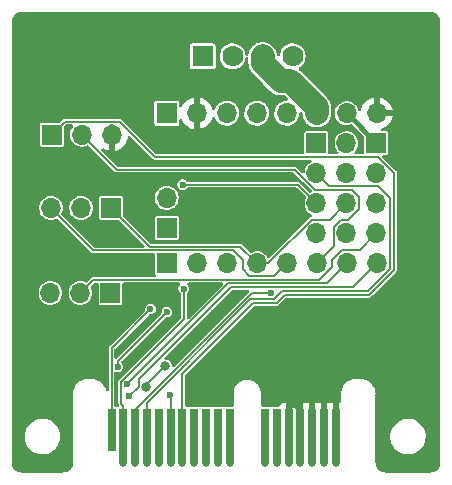
<source format=gbl>
G04 #@! TF.GenerationSoftware,KiCad,Pcbnew,5.99.0-unknown-6cc39d8011~107~ubuntu20.04.1*
G04 #@! TF.CreationDate,2021-01-18T06:27:22-08:00*
G04 #@! TF.ProjectId,DRV-StepStick,4452562d-5374-4657-9053-7469636b2e6b,rev?*
G04 #@! TF.SameCoordinates,PX67f3540PY6cb8080*
G04 #@! TF.FileFunction,Copper,L2,Bot*
G04 #@! TF.FilePolarity,Positive*
%FSLAX46Y46*%
G04 Gerber Fmt 4.6, Leading zero omitted, Abs format (unit mm)*
G04 Created by KiCad (PCBNEW 5.99.0-unknown-6cc39d8011~107~ubuntu20.04.1) date 2021-01-18 06:27:22*
%MOMM*%
%LPD*%
G01*
G04 APERTURE LIST*
G04 #@! TA.AperFunction,ConnectorPad*
%ADD10O,0.650000X0.650000*%
G04 #@! TD*
G04 #@! TA.AperFunction,ConnectorPad*
%ADD11R,0.650000X3.600000*%
G04 #@! TD*
G04 #@! TA.AperFunction,ConnectorPad*
%ADD12R,0.650000X4.600000*%
G04 #@! TD*
G04 #@! TA.AperFunction,ComponentPad*
%ADD13R,1.778000X1.778000*%
G04 #@! TD*
G04 #@! TA.AperFunction,ComponentPad*
%ADD14C,1.778000*%
G04 #@! TD*
G04 #@! TA.AperFunction,ComponentPad*
%ADD15R,1.700000X1.700000*%
G04 #@! TD*
G04 #@! TA.AperFunction,ComponentPad*
%ADD16O,1.700000X1.700000*%
G04 #@! TD*
G04 #@! TA.AperFunction,ViaPad*
%ADD17C,0.600000*%
G04 #@! TD*
G04 #@! TA.AperFunction,ViaPad*
%ADD18C,1.000000*%
G04 #@! TD*
G04 #@! TA.AperFunction,ViaPad*
%ADD19C,0.800000*%
G04 #@! TD*
G04 #@! TA.AperFunction,Conductor*
%ADD20C,0.152400*%
G04 #@! TD*
G04 #@! TA.AperFunction,Conductor*
%ADD21C,0.381000*%
G04 #@! TD*
G04 #@! TA.AperFunction,Conductor*
%ADD22C,2.000000*%
G04 #@! TD*
G04 APERTURE END LIST*
D10*
X23653000Y1015000D03*
X21653000Y1015000D03*
X14653000Y1015000D03*
X9653000Y1015000D03*
X25653000Y1015000D03*
X26653000Y1015000D03*
X15653000Y1015000D03*
X10653000Y1015000D03*
X18653000Y1015000D03*
X11653000Y1015000D03*
X16653000Y1015000D03*
X22653000Y1015000D03*
X13653000Y1015000D03*
X12653000Y1015000D03*
X24653000Y1015000D03*
X17653000Y1015000D03*
X27653000Y1015000D03*
D11*
X8653000Y3815000D03*
D12*
X9653000Y3315000D03*
X10653000Y3315000D03*
X11653000Y3315000D03*
X12653000Y3315000D03*
X13653000Y3315000D03*
X14653000Y3315000D03*
X15653000Y3315000D03*
X16653000Y3315000D03*
X17653000Y3315000D03*
X18653000Y3315000D03*
X21653000Y3315000D03*
X22653000Y3315000D03*
X23653000Y3315000D03*
X24653000Y3315000D03*
X25653000Y3315000D03*
X26653000Y3315000D03*
X27653000Y3315000D03*
D13*
X16370000Y35440000D03*
D14*
X18910000Y35440000D03*
X21450000Y35440000D03*
X23990000Y35440000D03*
D15*
X8560000Y15400000D03*
D16*
X6020000Y15400000D03*
X3480000Y15400000D03*
D15*
X13330000Y20910000D03*
D16*
X13330000Y23450000D03*
D15*
X8600000Y22600000D03*
D16*
X6060000Y22600000D03*
X3520000Y22600000D03*
D15*
X26000000Y28080000D03*
D16*
X28540000Y28080000D03*
X26000000Y25540000D03*
X28540000Y25540000D03*
X26000000Y23000000D03*
X28540000Y23000000D03*
X26000000Y20460000D03*
X28540000Y20460000D03*
D15*
X13330000Y30620000D03*
D16*
X15870000Y30620000D03*
X18410000Y30620000D03*
X20950000Y30620000D03*
X23490000Y30620000D03*
X26030000Y30620000D03*
X28570000Y30620000D03*
X31110000Y30620000D03*
D15*
X31080000Y28080000D03*
D16*
X31080000Y25540000D03*
X31080000Y23000000D03*
X31080000Y20460000D03*
D15*
X13330000Y17920000D03*
D16*
X15870000Y17920000D03*
X18410000Y17920000D03*
X20950000Y17920000D03*
X23490000Y17920000D03*
X26030000Y17920000D03*
X28570000Y17920000D03*
X31110000Y17920000D03*
D15*
X3600000Y28800000D03*
D16*
X6140000Y28800000D03*
X8680000Y28800000D03*
D17*
X14670000Y24570000D03*
X11950000Y14050000D03*
X6250000Y18000000D03*
X1000000Y8000000D03*
D18*
X1400000Y34800000D03*
D17*
X9500000Y18000000D03*
X9250000Y12750000D03*
X3000000Y18000000D03*
X1000000Y22000000D03*
X29000000Y13000000D03*
X28500000Y32750000D03*
X20026443Y25098610D03*
X3000000Y8000000D03*
D18*
X2600000Y36800000D03*
D17*
X27000000Y11000000D03*
X21000000Y13000000D03*
X25000000Y13000000D03*
D18*
X4400000Y36800000D03*
D17*
X3000000Y26000000D03*
X31000000Y15000000D03*
X18039222Y25098610D03*
X3000000Y10000000D03*
X1000000Y20000000D03*
X1000000Y30000000D03*
X1000000Y24000000D03*
X17000000Y15978490D03*
X16000000Y8250000D03*
X18000000Y28000000D03*
X29000000Y11000000D03*
X5000000Y26000000D03*
X12000000Y28000000D03*
X25000000Y11000000D03*
X3000000Y12000000D03*
X1000000Y14000000D03*
X17308619Y13691381D03*
X31000000Y11000000D03*
X16000000Y7000000D03*
X1000000Y28000000D03*
X24250000Y21500000D03*
X17750000Y7000000D03*
X5000000Y8000000D03*
D18*
X1400000Y33200000D03*
D17*
X21500000Y21500000D03*
X1000000Y10000000D03*
X22000000Y28000000D03*
X16000000Y21000000D03*
X1000000Y26000000D03*
X3000000Y20000000D03*
X1000000Y12000000D03*
X1000000Y18000000D03*
D18*
X6200000Y36800000D03*
D17*
X30000000Y32750000D03*
X27000000Y13000000D03*
X23000000Y11000000D03*
D18*
X6200000Y32400000D03*
D17*
X14000000Y28000000D03*
X7000000Y26000000D03*
X18000000Y23000000D03*
X17750000Y8250000D03*
X27000000Y32750000D03*
X16031901Y25098610D03*
X19000000Y15000000D03*
D18*
X2600000Y32400000D03*
D17*
X19000000Y11000000D03*
X1000000Y16000000D03*
X16000000Y28000000D03*
X16000000Y23000000D03*
X20000000Y28000000D03*
X5000000Y10000000D03*
D18*
X4400000Y32400000D03*
D17*
X22750000Y21500000D03*
X31000000Y13000000D03*
X13581300Y6724900D03*
X22180000Y15391570D03*
X14774500Y15763400D03*
X10163600Y6641100D03*
X10006300Y7683300D03*
D19*
X13200000Y9200000D03*
X11600000Y7400000D03*
D17*
X13340000Y13800000D03*
X9181610Y9165461D03*
D20*
X8653000Y10753000D02*
X11950000Y14050000D01*
X8653000Y7587000D02*
X8653000Y10753000D01*
X8653000Y7744600D02*
X8653000Y7587000D01*
X24430000Y24570000D02*
X26000000Y23000000D01*
X8653000Y7587000D02*
X8653000Y3815000D01*
X14670000Y24570000D02*
X24430000Y24570000D01*
D21*
X24653000Y5459400D02*
X24154200Y5958200D01*
X24653000Y4636600D02*
X24653000Y5958200D01*
X26653000Y3315000D02*
X26653000Y5958200D01*
X24154200Y5958200D02*
X23653000Y5958200D01*
X24653000Y3315000D02*
X24653000Y4636600D01*
X23653000Y3315000D02*
X23653000Y5958200D01*
X25653000Y3315000D02*
X25653000Y5958200D01*
X27653000Y3315000D02*
X27653000Y5958200D01*
X24653000Y4636600D02*
X24653000Y5459400D01*
D20*
X13581300Y6724900D02*
X13653000Y6653200D01*
X13653000Y6653200D02*
X13653000Y3315000D01*
D22*
X21450000Y34883500D02*
X22986000Y33347800D01*
X21450000Y35440000D02*
X21450000Y34883500D01*
X26030000Y31118800D02*
X26030000Y30620000D01*
X23801000Y33347800D02*
X26030000Y31118800D01*
X22986000Y33347800D02*
X23801000Y33347800D01*
D20*
X4707100Y29907100D02*
X6092900Y29907100D01*
X14653000Y8557000D02*
X20654141Y14558141D01*
X9342100Y29907100D02*
X4707100Y29907100D01*
X14653000Y3315000D02*
X14653000Y8557000D01*
X31228700Y26918000D02*
X12331200Y26918000D01*
X32587300Y17363600D02*
X32587300Y25559400D01*
X30471850Y15248150D02*
X32587300Y17363600D01*
X22628141Y14558141D02*
X23318150Y15248150D01*
X20654141Y14558141D02*
X22628141Y14558141D01*
X23318150Y15248150D02*
X30471850Y15248150D01*
X12331200Y26918000D02*
X9342100Y29907100D01*
X3600000Y28800000D02*
X4707100Y29907100D01*
X32587300Y25559400D02*
X31228700Y26918000D01*
X10653000Y3315000D02*
X10653000Y5535135D01*
X20509435Y15391570D02*
X22180000Y15391570D01*
X10653000Y5535135D02*
X20509435Y15391570D01*
X9653000Y5843900D02*
X9653000Y3315000D01*
X14774500Y13204500D02*
X9469200Y7899200D01*
X14774500Y15763400D02*
X14774500Y13204500D01*
X9469200Y7899200D02*
X9469200Y6027700D01*
X9469200Y6027700D02*
X9653000Y5843900D01*
X14774500Y13204500D02*
X14505000Y12935000D01*
X29110171Y15920171D02*
X31110000Y17920000D01*
X10971399Y7448899D02*
X10971399Y8101729D01*
X10971399Y8101729D02*
X18789841Y15920171D01*
X18789841Y15920171D02*
X29110171Y15920171D01*
X10163600Y6641100D02*
X10971399Y7448899D01*
X26874981Y16224981D02*
X28570000Y17920000D01*
X18547981Y16224981D02*
X26874981Y16224981D01*
X10006300Y7683300D02*
X18547981Y16224981D01*
X27078900Y24461100D02*
X31215245Y24461100D01*
X32215300Y23461045D02*
X32215300Y17423300D01*
X23121893Y15552961D02*
X22431893Y14862961D01*
X27078900Y24461100D02*
X28461100Y24461100D01*
X32215300Y23461045D02*
X32215300Y20855300D01*
X30344961Y15552961D02*
X23121893Y15552961D01*
X20411893Y14862961D02*
X11653000Y6104068D01*
X26000000Y25540000D02*
X27078900Y24461100D01*
X31215245Y24461100D02*
X32215300Y23461045D01*
X22431893Y14862961D02*
X20411893Y14862961D01*
X32215300Y17423300D02*
X30344961Y15552961D01*
X11653000Y6104068D02*
X11653000Y3315000D01*
X11600000Y7600000D02*
X11600000Y7400000D01*
X13200000Y9200000D02*
X11600000Y7600000D01*
D21*
X31080000Y28080000D02*
X31080000Y28110000D01*
X31080000Y28110000D02*
X28570000Y30620000D01*
D20*
X9181610Y9641610D02*
X9181610Y9165461D01*
X13340000Y13800000D02*
X9181610Y9641610D01*
X19565800Y19304200D02*
X18495800Y19304200D01*
X21894000Y17920000D02*
X25587000Y21613000D01*
X21894000Y17920000D02*
X23787000Y19813000D01*
X11895800Y19304200D02*
X19565800Y19304200D01*
X28540000Y23000000D02*
X27153000Y21613000D01*
X27153000Y21613000D02*
X25587000Y21613000D01*
X8600000Y22600000D02*
X11895800Y19304200D01*
X20950000Y17920000D02*
X21894000Y17920000D01*
X20950000Y17920000D02*
X19565800Y19304200D01*
X11895800Y19304200D02*
X13095800Y19304200D01*
X20327135Y16835000D02*
X22405000Y16835000D01*
X7121000Y18999000D02*
X18927345Y18999000D01*
X22405000Y16835000D02*
X21165000Y16835000D01*
X19767135Y17395000D02*
X20327135Y16835000D01*
X23490000Y17920000D02*
X22405000Y16835000D01*
X3520000Y22600000D02*
X7121000Y18999000D01*
X7121000Y18999000D02*
X8201000Y18999000D01*
X18927345Y18999000D02*
X19767135Y18159210D01*
X19767135Y18159210D02*
X19767135Y17395000D01*
X24177700Y25836500D02*
X25858300Y24155900D01*
X27461389Y19351390D02*
X27461389Y20956089D01*
X9103500Y25836500D02*
X10163500Y25836500D01*
X6140000Y28800000D02*
X9103500Y25836500D01*
X28653700Y21539000D02*
X28044300Y21539000D01*
X28044300Y21539000D02*
X27461389Y20956089D01*
X29619000Y22504300D02*
X28653700Y21539000D01*
X26030000Y17920000D02*
X27461389Y19351390D01*
X28987700Y24155900D02*
X29619000Y23524600D01*
X25858300Y24155900D02*
X28987700Y24155900D01*
X9103500Y25836500D02*
X24177700Y25836500D01*
X29619000Y23524600D02*
X29619000Y22504300D01*
X27461389Y20956089D02*
X27552650Y21047350D01*
X28152450Y19047550D02*
X29667550Y19047550D01*
X27290500Y17584500D02*
X27290500Y18185600D01*
X7127100Y16507100D02*
X7907100Y16507100D01*
X6020000Y15400000D02*
X7127100Y16507100D01*
X7149791Y16529791D02*
X26235791Y16529791D01*
X27290500Y18185600D02*
X28152450Y19047550D01*
X29667550Y19047550D02*
X31080000Y20460000D01*
X26235791Y16529791D02*
X27290500Y17584500D01*
X7127100Y16507100D02*
X7149791Y16529791D01*
G04 #@! TA.AperFunction,Conductor*
G36*
X35658981Y39197606D02*
G01*
X35659078Y39198313D01*
X35666138Y39197342D01*
X35673042Y39195581D01*
X35680160Y39195412D01*
X35680163Y39195412D01*
X35749979Y39193759D01*
X35759347Y39193187D01*
X35785154Y39190645D01*
X35797385Y39188831D01*
X35911911Y39166050D01*
X35923905Y39163045D01*
X35937757Y39158843D01*
X35949398Y39154678D01*
X35976310Y39143531D01*
X36057287Y39109990D01*
X36068446Y39104712D01*
X36081231Y39097879D01*
X36081248Y39097870D01*
X36091840Y39091521D01*
X36188942Y39026639D01*
X36198839Y39019299D01*
X36210080Y39010073D01*
X36219230Y39001779D01*
X36301776Y38919233D01*
X36310079Y38910073D01*
X36319284Y38898857D01*
X36326649Y38888927D01*
X36391528Y38791829D01*
X36397868Y38781251D01*
X36404711Y38768448D01*
X36409983Y38757302D01*
X36454683Y38649389D01*
X36458843Y38637760D01*
X36463048Y38623898D01*
X36466051Y38611912D01*
X36484163Y38520854D01*
X36488832Y38497379D01*
X36490646Y38485148D01*
X36493186Y38459357D01*
X36493758Y38449991D01*
X36495576Y38373233D01*
X36497312Y38366377D01*
X36498269Y38359373D01*
X36497604Y38359282D01*
X36500000Y38340058D01*
X36500000Y1060099D01*
X36497606Y1041020D01*
X36498313Y1040923D01*
X36497342Y1033863D01*
X36495581Y1026959D01*
X36495412Y1019841D01*
X36495412Y1019838D01*
X36493759Y950021D01*
X36493187Y940653D01*
X36490645Y914846D01*
X36488831Y902616D01*
X36466053Y788103D01*
X36463050Y776114D01*
X36458843Y762243D01*
X36454680Y750605D01*
X36430424Y692045D01*
X36409989Y642712D01*
X36404706Y631542D01*
X36397875Y618761D01*
X36391527Y608171D01*
X36348876Y544338D01*
X36326654Y511080D01*
X36319288Y501149D01*
X36310080Y489929D01*
X36301776Y480766D01*
X36219227Y398218D01*
X36210076Y389923D01*
X36198845Y380706D01*
X36188927Y373351D01*
X36091829Y308472D01*
X36081242Y302127D01*
X36068789Y295471D01*
X36068464Y295297D01*
X36057294Y290015D01*
X35949400Y245323D01*
X35937757Y241157D01*
X35923905Y236955D01*
X35911910Y233950D01*
X35797375Y211168D01*
X35785146Y209354D01*
X35773945Y208251D01*
X35759355Y206814D01*
X35749991Y206242D01*
X35729088Y205747D01*
X35673234Y204424D01*
X35666378Y202688D01*
X35659374Y201731D01*
X35659283Y202396D01*
X35640059Y200000D01*
X31860099Y200000D01*
X31841020Y202394D01*
X31840923Y201687D01*
X31833863Y202658D01*
X31826959Y204419D01*
X31819841Y204588D01*
X31819838Y204588D01*
X31750021Y206241D01*
X31740653Y206813D01*
X31714846Y209355D01*
X31702616Y211169D01*
X31588103Y233947D01*
X31576114Y236950D01*
X31562243Y241157D01*
X31550605Y245320D01*
X31471889Y277925D01*
X31442712Y290011D01*
X31431542Y295294D01*
X31428894Y296709D01*
X31418761Y302125D01*
X31408171Y308473D01*
X31311076Y373349D01*
X31301149Y380712D01*
X31289929Y389920D01*
X31280766Y398224D01*
X31198218Y480773D01*
X31189919Y489929D01*
X31180706Y501155D01*
X31173349Y511076D01*
X31108472Y608171D01*
X31102127Y618758D01*
X31095294Y631542D01*
X31090015Y642706D01*
X31045323Y750600D01*
X31041157Y762243D01*
X31036955Y776095D01*
X31033950Y788090D01*
X31011168Y902625D01*
X31009354Y914854D01*
X31006814Y940640D01*
X31006242Y950009D01*
X31004982Y1003202D01*
X31004424Y1026766D01*
X31002688Y1033622D01*
X31001731Y1040626D01*
X31002396Y1040717D01*
X31000000Y1059941D01*
X31000000Y3150814D01*
X32245773Y3150814D01*
X32281940Y2911670D01*
X32355877Y2681384D01*
X32465681Y2465882D01*
X32608527Y2270707D01*
X32780741Y2100882D01*
X32784863Y2097952D01*
X32784865Y2097951D01*
X32973769Y1963703D01*
X32973772Y1963701D01*
X32977891Y1960774D01*
X32982427Y1958542D01*
X33190364Y1856224D01*
X33190369Y1856222D01*
X33194905Y1853990D01*
X33199748Y1852509D01*
X33199749Y1852509D01*
X33421353Y1784758D01*
X33421355Y1784758D01*
X33426201Y1783276D01*
X33665827Y1750451D01*
X33735069Y1752143D01*
X33902557Y1756236D01*
X33902561Y1756236D01*
X33907618Y1756360D01*
X34145355Y1800852D01*
X34372920Y1882780D01*
X34584459Y2000038D01*
X34588437Y2003168D01*
X34588441Y2003171D01*
X34770554Y2146480D01*
X34770555Y2146481D01*
X34774530Y2149609D01*
X34885885Y2270707D01*
X34934817Y2323920D01*
X34934819Y2323923D01*
X34938241Y2327644D01*
X35071383Y2529564D01*
X35073457Y2534178D01*
X35168454Y2745557D01*
X35168456Y2745562D01*
X35170528Y2750173D01*
X35233127Y2983795D01*
X35257569Y3224421D01*
X35257900Y3256000D01*
X35257671Y3258848D01*
X35238909Y3492044D01*
X35238908Y3492049D01*
X35238503Y3497085D01*
X35206837Y3626007D01*
X35182017Y3727053D01*
X35180810Y3731967D01*
X35126597Y3859686D01*
X35088283Y3949947D01*
X35088282Y3949949D01*
X35086306Y3954604D01*
X34957423Y4159268D01*
X34797475Y4340692D01*
X34610579Y4494211D01*
X34401542Y4615873D01*
X34396819Y4617686D01*
X34396817Y4617687D01*
X34180463Y4700738D01*
X34180465Y4700738D01*
X34175743Y4702550D01*
X34170797Y4703583D01*
X34170791Y4703585D01*
X34025746Y4733886D01*
X33938990Y4752010D01*
X33933942Y4752239D01*
X33933936Y4752240D01*
X33818183Y4757495D01*
X33697375Y4762981D01*
X33692355Y4762400D01*
X33692351Y4762400D01*
X33462141Y4735764D01*
X33462137Y4735763D01*
X33457114Y4735182D01*
X33452249Y4733805D01*
X33452247Y4733805D01*
X33335390Y4700738D01*
X33224388Y4669328D01*
X33005185Y4567111D01*
X33001005Y4564270D01*
X33001001Y4564268D01*
X32916629Y4506929D01*
X32805144Y4431164D01*
X32629412Y4264982D01*
X32626334Y4260956D01*
X32626333Y4260955D01*
X32485583Y4076862D01*
X32485580Y4076858D01*
X32482510Y4072842D01*
X32368217Y3859686D01*
X32366571Y3854905D01*
X32366569Y3854901D01*
X32324239Y3731967D01*
X32289473Y3630999D01*
X32248306Y3392665D01*
X32245773Y3150814D01*
X31000000Y3150814D01*
X31000000Y6843315D01*
X31002569Y6868627D01*
X31005466Y6882748D01*
X31002709Y6999166D01*
X31002730Y7005884D01*
X31002764Y7007001D01*
X31003048Y7016570D01*
X31002196Y7020854D01*
X31002097Y7025028D01*
X31000300Y7032128D01*
X30999484Y7035349D01*
X30998051Y7041691D01*
X30989041Y7086989D01*
X30959650Y7234742D01*
X30958974Y7238425D01*
X30958083Y7243723D01*
X30957190Y7249032D01*
X30956455Y7250806D01*
X30956118Y7252501D01*
X30953851Y7257570D01*
X30951903Y7261923D01*
X30950511Y7265156D01*
X30892461Y7405301D01*
X30872052Y7454574D01*
X30870695Y7457993D01*
X30866862Y7468082D01*
X30865794Y7469681D01*
X30865133Y7471276D01*
X30862132Y7475506D01*
X30862130Y7475511D01*
X30859162Y7479695D01*
X30857170Y7482588D01*
X30743269Y7653052D01*
X30741238Y7656191D01*
X30738368Y7660776D01*
X30738366Y7660778D01*
X30735534Y7665302D01*
X30734178Y7666659D01*
X30733217Y7668096D01*
X30725727Y7675179D01*
X30723204Y7677632D01*
X30578232Y7822605D01*
X30575629Y7825287D01*
X30571944Y7829198D01*
X30571942Y7829200D01*
X30568256Y7833111D01*
X30566659Y7834178D01*
X30565438Y7835399D01*
X30561032Y7838169D01*
X30561030Y7838170D01*
X30556726Y7840875D01*
X30553775Y7842787D01*
X30526622Y7860930D01*
X30383275Y7956710D01*
X30380231Y7958811D01*
X30375833Y7961943D01*
X30375829Y7961945D01*
X30371454Y7965060D01*
X30369675Y7965797D01*
X30368241Y7966755D01*
X30358623Y7970428D01*
X30355357Y7971728D01*
X30165925Y8050193D01*
X30162497Y8051673D01*
X30157570Y8053887D01*
X30152690Y8056080D01*
X30150807Y8056455D01*
X30149210Y8057116D01*
X30139000Y8058852D01*
X30135603Y8059479D01*
X30019142Y8082644D01*
X29942155Y8097958D01*
X29935607Y8099443D01*
X29925221Y8102092D01*
X29920853Y8102195D01*
X29916758Y8103010D01*
X29909688Y8102813D01*
X29909685Y8102813D01*
X29906104Y8102713D01*
X29899610Y8102699D01*
X29790010Y8105294D01*
X29790007Y8105294D01*
X29782941Y8105461D01*
X29768503Y8102525D01*
X29743405Y8100000D01*
X29356685Y8100000D01*
X29331373Y8102569D01*
X29317252Y8105466D01*
X29200834Y8102709D01*
X29194133Y8102730D01*
X29183430Y8103048D01*
X29179146Y8102196D01*
X29174972Y8102097D01*
X29168124Y8100363D01*
X29168122Y8100363D01*
X29164651Y8099484D01*
X29158311Y8098051D01*
X29115205Y8089477D01*
X28965258Y8059650D01*
X28961575Y8058974D01*
X28959869Y8058687D01*
X28950968Y8057190D01*
X28949194Y8056455D01*
X28947499Y8056118D01*
X28942748Y8053993D01*
X28942746Y8053992D01*
X28938077Y8051903D01*
X28934844Y8050511D01*
X28872538Y8024703D01*
X28745426Y7972052D01*
X28742007Y7970695D01*
X28731918Y7966862D01*
X28730319Y7965794D01*
X28728724Y7965133D01*
X28724494Y7962132D01*
X28724489Y7962130D01*
X28720305Y7959162D01*
X28717412Y7957170D01*
X28546948Y7843269D01*
X28543809Y7841238D01*
X28539224Y7838368D01*
X28539222Y7838366D01*
X28534698Y7835534D01*
X28533341Y7834178D01*
X28531904Y7833217D01*
X28524902Y7825812D01*
X28524821Y7825727D01*
X28522368Y7823204D01*
X28377395Y7678232D01*
X28374713Y7675629D01*
X28370802Y7671944D01*
X28370800Y7671942D01*
X28366889Y7668256D01*
X28365822Y7666659D01*
X28364601Y7665438D01*
X28361831Y7661032D01*
X28361830Y7661030D01*
X28359125Y7656726D01*
X28357219Y7653784D01*
X28243692Y7483875D01*
X28243316Y7483313D01*
X28241189Y7480231D01*
X28238057Y7475833D01*
X28238055Y7475829D01*
X28234940Y7471454D01*
X28234203Y7469675D01*
X28233245Y7468241D01*
X28230707Y7461595D01*
X28229572Y7458623D01*
X28228272Y7455357D01*
X28149807Y7265925D01*
X28148327Y7262497D01*
X28143920Y7252690D01*
X28143545Y7250807D01*
X28142884Y7249210D01*
X28141148Y7239000D01*
X28140521Y7235603D01*
X28127149Y7168375D01*
X28102042Y7042155D01*
X28100557Y7035607D01*
X28097908Y7025221D01*
X28097805Y7020853D01*
X28096990Y7016758D01*
X28097187Y7009688D01*
X28097187Y7009685D01*
X28097287Y7006104D01*
X28097301Y6999610D01*
X28094721Y6890615D01*
X28094539Y6882941D01*
X28097475Y6868503D01*
X28100000Y6843405D01*
X28100000Y6254000D01*
X28079998Y6185879D01*
X28026342Y6139386D01*
X27974000Y6128000D01*
X27925115Y6128000D01*
X27909876Y6123525D01*
X27908671Y6122135D01*
X27907000Y6114452D01*
X27907000Y5500000D01*
X27399000Y5500000D01*
X27399000Y6109885D01*
X27394525Y6125124D01*
X27393135Y6126329D01*
X27385452Y6128000D01*
X27330257Y6128000D01*
X27325750Y6127839D01*
X27261731Y6123260D01*
X27248509Y6120874D01*
X27195490Y6105307D01*
X27124493Y6105307D01*
X27113612Y6108502D01*
X26982446Y6127361D01*
X26973505Y6128000D01*
X26925115Y6128000D01*
X26909876Y6123525D01*
X26908671Y6122135D01*
X26907000Y6114452D01*
X26907000Y5500000D01*
X26399000Y5500000D01*
X26399000Y6109885D01*
X26394525Y6125124D01*
X26393135Y6126329D01*
X26385452Y6128000D01*
X26330257Y6128000D01*
X26325750Y6127839D01*
X26261731Y6123260D01*
X26248509Y6120874D01*
X26195490Y6105307D01*
X26124493Y6105307D01*
X26113612Y6108502D01*
X25982446Y6127361D01*
X25973505Y6128000D01*
X25925115Y6128000D01*
X25909876Y6123525D01*
X25908671Y6122135D01*
X25907000Y6114452D01*
X25907000Y5500000D01*
X25399000Y5500000D01*
X25399000Y6109885D01*
X25394525Y6125124D01*
X25393135Y6126329D01*
X25385452Y6128000D01*
X25330257Y6128000D01*
X25325750Y6127839D01*
X25261731Y6123260D01*
X25248509Y6120874D01*
X25195490Y6105307D01*
X25124493Y6105307D01*
X25113612Y6108502D01*
X24982446Y6127361D01*
X24973505Y6128000D01*
X24925115Y6128000D01*
X24909876Y6123525D01*
X24908671Y6122135D01*
X24907000Y6114452D01*
X24907000Y5500000D01*
X24399000Y5500000D01*
X24399000Y6109885D01*
X24394525Y6125124D01*
X24393135Y6126329D01*
X24385452Y6128000D01*
X24330257Y6128000D01*
X24325750Y6127839D01*
X24261731Y6123260D01*
X24248509Y6120874D01*
X24195490Y6105307D01*
X24124493Y6105307D01*
X24113612Y6108502D01*
X23982446Y6127361D01*
X23973505Y6128000D01*
X23925115Y6128000D01*
X23909876Y6123525D01*
X23908671Y6122135D01*
X23907000Y6114452D01*
X23907000Y5500000D01*
X23399000Y5500000D01*
X23399000Y6109885D01*
X23394525Y6125124D01*
X23393135Y6126329D01*
X23385452Y6128000D01*
X23330257Y6128000D01*
X23325750Y6127839D01*
X23261731Y6123260D01*
X23248509Y6120874D01*
X23123542Y6084181D01*
X23107308Y6076767D01*
X22999640Y6007574D01*
X22986153Y5995888D01*
X22902340Y5899162D01*
X22892692Y5884148D01*
X22875524Y5846557D01*
X22829031Y5792901D01*
X22760911Y5772900D01*
X22328000Y5772900D01*
X22321933Y5771693D01*
X22321930Y5771693D01*
X22279750Y5763303D01*
X22279749Y5763303D01*
X22267574Y5760881D01*
X22223001Y5731097D01*
X22155250Y5709883D01*
X22082999Y5731097D01*
X22038426Y5760881D01*
X22026251Y5763303D01*
X22026250Y5763303D01*
X21984070Y5771693D01*
X21984067Y5771693D01*
X21978000Y5772900D01*
X21426000Y5772900D01*
X21357879Y5792902D01*
X21311386Y5846558D01*
X21300000Y5898900D01*
X21300000Y6843492D01*
X21302480Y6868368D01*
X21302534Y6868636D01*
X21305526Y6883492D01*
X21304602Y6917364D01*
X21302242Y7003807D01*
X21302212Y7009333D01*
X21302280Y7013426D01*
X21302280Y7013429D01*
X21302398Y7020558D01*
X21301694Y7023868D01*
X21301607Y7027068D01*
X21300569Y7031105D01*
X21300569Y7031109D01*
X21300469Y7031497D01*
X21300468Y7031500D01*
X21298846Y7037811D01*
X21297632Y7042980D01*
X21253724Y7249551D01*
X21253374Y7251267D01*
X21253366Y7251291D01*
X21252150Y7257520D01*
X21251920Y7258036D01*
X21251843Y7258400D01*
X21249649Y7263137D01*
X21249084Y7264407D01*
X21156918Y7471417D01*
X21156210Y7473044D01*
X21156195Y7473070D01*
X21153733Y7478856D01*
X21153403Y7479310D01*
X21153250Y7479654D01*
X21150087Y7483875D01*
X21016124Y7668261D01*
X21015060Y7669751D01*
X21015051Y7669761D01*
X21011449Y7674895D01*
X21011028Y7675274D01*
X21010810Y7675574D01*
X21006901Y7678990D01*
X20837476Y7831542D01*
X20836035Y7832860D01*
X20836034Y7832861D01*
X20831514Y7837068D01*
X20831023Y7837352D01*
X20830748Y7837599D01*
X20826221Y7840124D01*
X20628771Y7954121D01*
X20627199Y7955046D01*
X20627185Y7955052D01*
X20621794Y7958285D01*
X20621255Y7958460D01*
X20620933Y7958646D01*
X20615958Y7960181D01*
X20614709Y7960587D01*
X20589537Y7968766D01*
X20399063Y8030656D01*
X20397398Y8031212D01*
X20397387Y8031214D01*
X20391454Y8033251D01*
X20390893Y8033310D01*
X20390539Y8033425D01*
X20385343Y8033893D01*
X20384377Y8033994D01*
X20384375Y8033995D01*
X20158607Y8057723D01*
X20156801Y8057928D01*
X20156786Y8057928D01*
X20150562Y8058687D01*
X20150000Y8058628D01*
X20149629Y8058667D01*
X20144438Y8058043D01*
X20143486Y8057943D01*
X20143480Y8057943D01*
X19917684Y8034211D01*
X19915928Y8034042D01*
X19915905Y8034037D01*
X19909644Y8033484D01*
X19909109Y8033310D01*
X19908737Y8033271D01*
X19903782Y8031579D01*
X19902841Y8031273D01*
X19902840Y8031273D01*
X19820021Y8004363D01*
X19701329Y7965797D01*
X19686990Y7961138D01*
X19685242Y7960587D01*
X19685224Y7960579D01*
X19679233Y7958742D01*
X19678743Y7958459D01*
X19678389Y7958344D01*
X19673916Y7955672D01*
X19673053Y7955174D01*
X19673049Y7955172D01*
X19543206Y7880207D01*
X19477426Y7842229D01*
X19476492Y7841690D01*
X19474866Y7840769D01*
X19474855Y7840761D01*
X19469395Y7837728D01*
X19468975Y7837350D01*
X19468653Y7837164D01*
X19464830Y7833617D01*
X19464120Y7832978D01*
X19464119Y7832977D01*
X19464110Y7832969D01*
X19295436Y7681095D01*
X19294102Y7679913D01*
X19294086Y7679895D01*
X19289302Y7675729D01*
X19288971Y7675273D01*
X19288694Y7675024D01*
X19285686Y7670752D01*
X19164408Y7503826D01*
X19151713Y7486353D01*
X19150698Y7484979D01*
X19150687Y7484960D01*
X19146828Y7479829D01*
X19146598Y7479311D01*
X19146380Y7479012D01*
X19144340Y7474240D01*
X19143890Y7473229D01*
X19143887Y7473224D01*
X19051600Y7265943D01*
X19050901Y7264407D01*
X19050893Y7264381D01*
X19048197Y7258588D01*
X19048080Y7258035D01*
X19047928Y7257695D01*
X19046919Y7252575D01*
X19046696Y7251526D01*
X19002481Y7043515D01*
X19001215Y7038143D01*
X19000183Y7034156D01*
X19000182Y7034147D01*
X18998399Y7027260D01*
X18998306Y7023871D01*
X18997642Y7020745D01*
X18997807Y7009685D01*
X18997807Y7009662D01*
X18997774Y7004369D01*
X18994479Y6883683D01*
X18995864Y6876744D01*
X18995864Y6876742D01*
X18997563Y6868230D01*
X19000000Y6843570D01*
X19000000Y5898900D01*
X18979998Y5830779D01*
X18926342Y5784286D01*
X18874000Y5772900D01*
X18328000Y5772900D01*
X18321933Y5771693D01*
X18321930Y5771693D01*
X18279750Y5763303D01*
X18279749Y5763303D01*
X18267574Y5760881D01*
X18223001Y5731097D01*
X18155250Y5709883D01*
X18082999Y5731097D01*
X18038426Y5760881D01*
X18026251Y5763303D01*
X18026250Y5763303D01*
X17984070Y5771693D01*
X17984067Y5771693D01*
X17978000Y5772900D01*
X17328000Y5772900D01*
X17321933Y5771693D01*
X17321930Y5771693D01*
X17279750Y5763303D01*
X17279749Y5763303D01*
X17267574Y5760881D01*
X17223001Y5731097D01*
X17155250Y5709883D01*
X17082999Y5731097D01*
X17038426Y5760881D01*
X17026251Y5763303D01*
X17026250Y5763303D01*
X16984070Y5771693D01*
X16984067Y5771693D01*
X16978000Y5772900D01*
X16328000Y5772900D01*
X16321933Y5771693D01*
X16321930Y5771693D01*
X16279750Y5763303D01*
X16279749Y5763303D01*
X16267574Y5760881D01*
X16223001Y5731097D01*
X16155250Y5709883D01*
X16082999Y5731097D01*
X16038426Y5760881D01*
X16026251Y5763303D01*
X16026250Y5763303D01*
X15984070Y5771693D01*
X15984067Y5771693D01*
X15978000Y5772900D01*
X15328000Y5772900D01*
X15321933Y5771693D01*
X15321930Y5771693D01*
X15279750Y5763303D01*
X15279749Y5763303D01*
X15267574Y5760881D01*
X15223001Y5731097D01*
X15155250Y5709883D01*
X15082999Y5731097D01*
X15038426Y5760881D01*
X15026251Y5763303D01*
X15026250Y5763303D01*
X14983520Y5771802D01*
X14920610Y5804709D01*
X14885477Y5866403D01*
X14882100Y5895381D01*
X14882100Y8409913D01*
X14902102Y8478034D01*
X14919005Y8499008D01*
X20712132Y14292136D01*
X20774444Y14326162D01*
X20801227Y14329041D01*
X22621051Y14329041D01*
X22627644Y14328868D01*
X22651535Y14327616D01*
X22651536Y14327616D01*
X22664762Y14326923D01*
X22677128Y14331670D01*
X22677129Y14331670D01*
X22684121Y14334354D01*
X22703068Y14339967D01*
X22723358Y14344280D01*
X22734074Y14352065D01*
X22741025Y14355160D01*
X22746401Y14358262D01*
X22755641Y14361809D01*
X22756504Y14362507D01*
X22770899Y14376902D01*
X22785932Y14389742D01*
X22791396Y14393712D01*
X22791399Y14393715D01*
X22802111Y14401498D01*
X22808732Y14412966D01*
X22817593Y14422807D01*
X22817962Y14422475D01*
X22822879Y14428882D01*
X23376141Y14982145D01*
X23438454Y15016170D01*
X23465237Y15019050D01*
X30464760Y15019050D01*
X30471353Y15018877D01*
X30495244Y15017625D01*
X30495245Y15017625D01*
X30508471Y15016932D01*
X30520837Y15021679D01*
X30520838Y15021679D01*
X30527830Y15024363D01*
X30546777Y15029976D01*
X30567067Y15034289D01*
X30577783Y15042074D01*
X30584734Y15045169D01*
X30590110Y15048271D01*
X30599350Y15051818D01*
X30600213Y15052516D01*
X30614608Y15066911D01*
X30629641Y15079751D01*
X30635105Y15083721D01*
X30635108Y15083724D01*
X30645820Y15091507D01*
X30652441Y15102975D01*
X30661302Y15112816D01*
X30661671Y15112483D01*
X30666590Y15118893D01*
X32744275Y17196579D01*
X32749060Y17201120D01*
X32766848Y17217136D01*
X32766849Y17217137D01*
X32776691Y17225999D01*
X32785127Y17244948D01*
X32794556Y17262314D01*
X32805851Y17279706D01*
X32807922Y17292783D01*
X32810648Y17299884D01*
X32812253Y17305873D01*
X32816284Y17314928D01*
X32816400Y17316032D01*
X32816400Y17336392D01*
X32817951Y17356103D01*
X32819008Y17362775D01*
X32819008Y17362776D01*
X32821079Y17375852D01*
X32817652Y17388640D01*
X32816959Y17401870D01*
X32817454Y17401896D01*
X32816400Y17409905D01*
X32816400Y25552297D01*
X32816573Y25558892D01*
X32817826Y25582794D01*
X32817826Y25582795D01*
X32818519Y25596021D01*
X32811082Y25615395D01*
X32805474Y25634328D01*
X32801161Y25654617D01*
X32793375Y25665334D01*
X32790287Y25672269D01*
X32787195Y25677620D01*
X32783633Y25686900D01*
X32782934Y25687762D01*
X32768538Y25702158D01*
X32755697Y25717192D01*
X32751726Y25722658D01*
X32751725Y25722659D01*
X32743943Y25733370D01*
X32732476Y25739990D01*
X32722633Y25748853D01*
X32722965Y25749222D01*
X32716556Y25754140D01*
X31613691Y26857005D01*
X31579665Y26919317D01*
X31584730Y26990132D01*
X31627277Y27046968D01*
X31693797Y27071779D01*
X31702786Y27072100D01*
X31930000Y27072100D01*
X31936067Y27073307D01*
X31936070Y27073307D01*
X31978250Y27081697D01*
X31978251Y27081697D01*
X31990426Y27084119D01*
X32041652Y27118348D01*
X32075881Y27169574D01*
X32078303Y27181750D01*
X32086693Y27223930D01*
X32086693Y27223933D01*
X32087900Y27230000D01*
X32087900Y28930000D01*
X32075881Y28990426D01*
X32041652Y29041652D01*
X32016664Y29058349D01*
X32000748Y29068984D01*
X31990426Y29075881D01*
X31978251Y29078303D01*
X31978250Y29078303D01*
X31936070Y29086693D01*
X31936067Y29086693D01*
X31930000Y29087900D01*
X31589985Y29087900D01*
X31521864Y29107902D01*
X31475371Y29161558D01*
X31465267Y29231832D01*
X31494761Y29296412D01*
X31554938Y29334928D01*
X31593333Y29346046D01*
X31603259Y29349857D01*
X31801065Y29445693D01*
X31810212Y29451124D01*
X31989041Y29578917D01*
X31997149Y29585818D01*
X32151893Y29741918D01*
X32158706Y29750067D01*
X32284940Y29930012D01*
X32290295Y29939213D01*
X32384399Y30137844D01*
X32388123Y30147803D01*
X32445968Y30354282D01*
X32444430Y30362649D01*
X32432137Y30366000D01*
X30982000Y30366000D01*
X30913879Y30386002D01*
X30867386Y30439658D01*
X30856000Y30492000D01*
X30856000Y31936283D01*
X30855328Y31938570D01*
X31364000Y31938570D01*
X31364000Y30892115D01*
X31368475Y30876876D01*
X31369865Y30875671D01*
X31377548Y30874000D01*
X32429079Y30874000D01*
X32442610Y30877973D01*
X32443876Y30886782D01*
X32396954Y31067567D01*
X32393419Y31077605D01*
X32303147Y31278002D01*
X32297967Y31287308D01*
X32175218Y31469634D01*
X32168557Y31477920D01*
X32016830Y31636970D01*
X32008873Y31644010D01*
X31832523Y31775218D01*
X31823486Y31780822D01*
X31627550Y31880441D01*
X31617699Y31884441D01*
X31407778Y31949622D01*
X31397396Y31951905D01*
X31381959Y31953951D01*
X31367792Y31951754D01*
X31364000Y31938570D01*
X30855328Y31938570D01*
X30852027Y31949814D01*
X30841420Y31951339D01*
X30723554Y31926609D01*
X30713358Y31923549D01*
X30508932Y31842818D01*
X30499396Y31838084D01*
X30311486Y31724058D01*
X30302896Y31717794D01*
X30136884Y31573736D01*
X30129464Y31566105D01*
X29990100Y31396140D01*
X29984075Y31387373D01*
X29875342Y31196356D01*
X29870877Y31186692D01*
X29795882Y30980084D01*
X29793111Y30969816D01*
X29781071Y30903232D01*
X29749267Y30839758D01*
X29688194Y30803555D01*
X29617244Y30806117D01*
X29558942Y30846631D01*
X29536848Y30887974D01*
X29511200Y30969816D01*
X29496397Y31017054D01*
X29397636Y31195222D01*
X29265068Y31349893D01*
X29104106Y31474748D01*
X28921326Y31564687D01*
X28886586Y31573736D01*
X28730365Y31614428D01*
X28730361Y31614429D01*
X28724194Y31616035D01*
X28717822Y31616369D01*
X28527145Y31626363D01*
X28527141Y31626363D01*
X28520764Y31626697D01*
X28319345Y31596235D01*
X28313358Y31594032D01*
X28313357Y31594032D01*
X28160240Y31537696D01*
X28128166Y31525895D01*
X27955035Y31418549D01*
X27807025Y31278583D01*
X27690182Y31111714D01*
X27609279Y30924759D01*
X27607974Y30918512D01*
X27587290Y30819502D01*
X27567621Y30725354D01*
X27567405Y30663568D01*
X27567008Y30549613D01*
X27566910Y30521646D01*
X27607175Y30321956D01*
X27609668Y30316082D01*
X27609669Y30316080D01*
X27677003Y30157451D01*
X27686770Y30134440D01*
X27690388Y30129195D01*
X27690390Y30129192D01*
X27750013Y30042765D01*
X27802446Y29966760D01*
X27949475Y29825764D01*
X27954871Y29822366D01*
X28116449Y29720614D01*
X28116452Y29720612D01*
X28121852Y29717212D01*
X28127822Y29714968D01*
X28127826Y29714966D01*
X28288036Y29654748D01*
X28312536Y29645539D01*
X28318834Y29644541D01*
X28318836Y29644541D01*
X28374468Y29635730D01*
X28513738Y29613672D01*
X28655769Y29620121D01*
X28710853Y29622622D01*
X28710854Y29622622D01*
X28717237Y29622912D01*
X28723428Y29624479D01*
X28723431Y29624479D01*
X28908538Y29671319D01*
X28908540Y29671320D01*
X28914722Y29672884D01*
X28920463Y29675660D01*
X28924388Y29677088D01*
X28995242Y29681591D01*
X29056577Y29647782D01*
X30035195Y28669164D01*
X30069221Y28606852D01*
X30072100Y28580069D01*
X30072100Y27273100D01*
X30052098Y27204979D01*
X29998442Y27158486D01*
X29946100Y27147100D01*
X29334167Y27147100D01*
X29266046Y27167102D01*
X29219553Y27220758D01*
X29209449Y27291032D01*
X29239074Y27355763D01*
X29296952Y27422344D01*
X29363600Y27499014D01*
X29463602Y27676488D01*
X29525875Y27870446D01*
X29534517Y27950000D01*
X29547520Y28069692D01*
X29547520Y28069700D01*
X29547875Y28072964D01*
X29547900Y28080000D01*
X29527314Y28282666D01*
X29466397Y28477054D01*
X29452594Y28501956D01*
X29370730Y28649640D01*
X29367636Y28655222D01*
X29235068Y28809893D01*
X29074106Y28934748D01*
X28891326Y29024687D01*
X28865800Y29031336D01*
X28700365Y29074428D01*
X28700361Y29074429D01*
X28694194Y29076035D01*
X28687822Y29076369D01*
X28497145Y29086363D01*
X28497141Y29086363D01*
X28490764Y29086697D01*
X28289345Y29056235D01*
X28283358Y29054032D01*
X28283357Y29054032D01*
X28195946Y29021871D01*
X28098166Y28985895D01*
X27925035Y28878549D01*
X27777025Y28738583D01*
X27660182Y28571714D01*
X27579279Y28384759D01*
X27577974Y28378512D01*
X27557951Y28282666D01*
X27537621Y28185354D01*
X27537266Y28083500D01*
X27537010Y28010178D01*
X27536910Y27981646D01*
X27577175Y27781956D01*
X27579668Y27776082D01*
X27579669Y27776080D01*
X27631297Y27654452D01*
X27656770Y27594440D01*
X27772446Y27426760D01*
X27777051Y27422344D01*
X27837848Y27364042D01*
X27873171Y27302456D01*
X27869590Y27231550D01*
X27828243Y27173835D01*
X27762257Y27147637D01*
X27750638Y27147100D01*
X27133900Y27147100D01*
X27065779Y27167102D01*
X27019286Y27220758D01*
X27007900Y27273100D01*
X27007900Y28930000D01*
X26995881Y28990426D01*
X26961652Y29041652D01*
X26936664Y29058349D01*
X26920748Y29068984D01*
X26910426Y29075881D01*
X26898251Y29078303D01*
X26898250Y29078303D01*
X26856070Y29086693D01*
X26856067Y29086693D01*
X26850000Y29087900D01*
X25150000Y29087900D01*
X25143933Y29086693D01*
X25143930Y29086693D01*
X25101750Y29078303D01*
X25101749Y29078303D01*
X25089574Y29075881D01*
X25079252Y29068984D01*
X25063336Y29058349D01*
X25038348Y29041652D01*
X25004119Y28990426D01*
X24992100Y28930000D01*
X24992100Y27273100D01*
X24972098Y27204979D01*
X24918442Y27158486D01*
X24866100Y27147100D01*
X12478286Y27147100D01*
X12410165Y27167102D01*
X12389191Y27184005D01*
X9509121Y30064075D01*
X9504580Y30068860D01*
X9488564Y30086648D01*
X9488563Y30086649D01*
X9479701Y30096491D01*
X9460752Y30104927D01*
X9443386Y30114356D01*
X9425994Y30125651D01*
X9412917Y30127722D01*
X9405816Y30130448D01*
X9399827Y30132053D01*
X9390772Y30136084D01*
X9389668Y30136200D01*
X9369308Y30136200D01*
X9349597Y30137751D01*
X9342925Y30138808D01*
X9342924Y30138808D01*
X9329848Y30140879D01*
X9317060Y30137452D01*
X9303830Y30136759D01*
X9303804Y30137254D01*
X9295795Y30136200D01*
X8934990Y30136200D01*
X8934990Y30136583D01*
X8934000Y30136714D01*
X8934000Y30136200D01*
X4714190Y30136200D01*
X4707597Y30136373D01*
X4683705Y30137625D01*
X4670479Y30138318D01*
X4651118Y30130886D01*
X4632166Y30125272D01*
X4611883Y30120961D01*
X4601167Y30113175D01*
X4594222Y30110083D01*
X4588873Y30106992D01*
X4579600Y30103433D01*
X4578738Y30102734D01*
X4564342Y30088338D01*
X4549309Y30075498D01*
X4533130Y30063743D01*
X4526510Y30052276D01*
X4517647Y30042433D01*
X4517278Y30042765D01*
X4512360Y30036356D01*
X4320809Y29844805D01*
X4258497Y29810779D01*
X4231714Y29807900D01*
X2750000Y29807900D01*
X2743933Y29806693D01*
X2743930Y29806693D01*
X2701750Y29798303D01*
X2701749Y29798303D01*
X2689574Y29795881D01*
X2679252Y29788984D01*
X2672061Y29784179D01*
X2638348Y29761652D01*
X2604119Y29710426D01*
X2601697Y29698251D01*
X2601697Y29698250D01*
X2593691Y29657998D01*
X2592100Y29650000D01*
X2592100Y27950000D01*
X2593307Y27943933D01*
X2593307Y27943930D01*
X2598456Y27918045D01*
X2604119Y27889574D01*
X2638348Y27838348D01*
X2689574Y27804119D01*
X2701749Y27801697D01*
X2701750Y27801697D01*
X2743930Y27793307D01*
X2743933Y27793307D01*
X2750000Y27792100D01*
X4450000Y27792100D01*
X4456067Y27793307D01*
X4456070Y27793307D01*
X4498250Y27801697D01*
X4498251Y27801697D01*
X4510426Y27804119D01*
X4561652Y27838348D01*
X4595881Y27889574D01*
X4601544Y27918045D01*
X4606693Y27943930D01*
X4606693Y27943933D01*
X4607900Y27950000D01*
X4607900Y29431713D01*
X4627902Y29499834D01*
X4644805Y29520808D01*
X4765092Y29641095D01*
X4827404Y29675121D01*
X4854187Y29678000D01*
X5292428Y29678000D01*
X5360549Y29657998D01*
X5407042Y29604342D01*
X5417146Y29534068D01*
X5387652Y29469488D01*
X5383975Y29465647D01*
X5381666Y29462972D01*
X5377025Y29458583D01*
X5260182Y29291714D01*
X5179279Y29104759D01*
X5177974Y29098512D01*
X5143762Y28934748D01*
X5137621Y28905354D01*
X5137512Y28874161D01*
X5137021Y28733352D01*
X5136910Y28701646D01*
X5177175Y28501956D01*
X5179668Y28496082D01*
X5179669Y28496080D01*
X5226922Y28384759D01*
X5256770Y28314440D01*
X5260388Y28309195D01*
X5260390Y28309192D01*
X5302976Y28247461D01*
X5372446Y28146760D01*
X5519475Y28005764D01*
X5524871Y28002366D01*
X5686449Y27900614D01*
X5686452Y27900612D01*
X5691852Y27897212D01*
X5697822Y27894968D01*
X5697826Y27894966D01*
X5848458Y27838348D01*
X5882536Y27825539D01*
X5888834Y27824541D01*
X5888836Y27824541D01*
X5972039Y27811363D01*
X6083738Y27793672D01*
X6218195Y27799777D01*
X6280853Y27802622D01*
X6280854Y27802622D01*
X6287237Y27802912D01*
X6293428Y27804479D01*
X6293431Y27804479D01*
X6478534Y27851318D01*
X6478536Y27851319D01*
X6484722Y27852884D01*
X6591779Y27904637D01*
X6661815Y27916276D01*
X6727025Y27888204D01*
X6735712Y27880291D01*
X8936488Y25679515D01*
X8941029Y25674730D01*
X8965899Y25647109D01*
X8984839Y25638676D01*
X9002211Y25629245D01*
X9019606Y25617949D01*
X9032686Y25615877D01*
X9039786Y25613152D01*
X9045771Y25611548D01*
X9054828Y25607516D01*
X9055932Y25607400D01*
X9076292Y25607400D01*
X9096003Y25605849D01*
X9102675Y25604792D01*
X9102676Y25604792D01*
X9115752Y25602721D01*
X9128541Y25606148D01*
X9141768Y25606841D01*
X9141794Y25606346D01*
X9149803Y25607400D01*
X24030613Y25607400D01*
X24098734Y25587398D01*
X24119708Y25570495D01*
X24886425Y24803779D01*
X25585746Y24104458D01*
X25619771Y24042146D01*
X25614707Y23971331D01*
X25572160Y23914495D01*
X25558118Y23905919D01*
X25558142Y23905880D01*
X25556559Y23904899D01*
X25556354Y23904843D01*
X25551893Y23902118D01*
X25547012Y23899737D01*
X25545925Y23901965D01*
X25488119Y23886018D01*
X25420336Y23907135D01*
X25401092Y23922905D01*
X24597012Y24726984D01*
X24592471Y24731770D01*
X24576464Y24749548D01*
X24576463Y24749549D01*
X24567601Y24759391D01*
X24548652Y24767827D01*
X24531286Y24777256D01*
X24513894Y24788551D01*
X24500817Y24790622D01*
X24493716Y24793348D01*
X24487727Y24794953D01*
X24478672Y24798984D01*
X24477568Y24799100D01*
X24457208Y24799100D01*
X24437497Y24800651D01*
X24430825Y24801708D01*
X24430824Y24801708D01*
X24417748Y24803779D01*
X24404960Y24800352D01*
X24391730Y24799659D01*
X24391704Y24800154D01*
X24383695Y24799100D01*
X15129974Y24799100D01*
X15061853Y24819102D01*
X15037449Y24839571D01*
X14962691Y24920444D01*
X14956299Y24927359D01*
X14838564Y24995745D01*
X14772463Y25011066D01*
X14715104Y25024361D01*
X14715102Y25024361D01*
X14705926Y25026488D01*
X14696530Y25025823D01*
X14696527Y25025823D01*
X14613145Y25019919D01*
X14570112Y25016872D01*
X14561333Y25013476D01*
X14561330Y25013475D01*
X14451909Y24971143D01*
X14451907Y24971142D01*
X14443129Y24967746D01*
X14336205Y24883454D01*
X14258793Y24771448D01*
X14217738Y24641631D01*
X14216668Y24505481D01*
X14255680Y24375036D01*
X14260913Y24367205D01*
X14260913Y24367204D01*
X14326090Y24269659D01*
X14326092Y24269657D01*
X14331323Y24261828D01*
X14367961Y24232000D01*
X14427159Y24183805D01*
X14436910Y24175866D01*
X14563105Y24124752D01*
X14572490Y24123939D01*
X14572491Y24123939D01*
X14689372Y24113816D01*
X14689375Y24113816D01*
X14698752Y24113004D01*
X14707953Y24114985D01*
X14707955Y24114985D01*
X14781406Y24130799D01*
X14831856Y24141660D01*
X14950650Y24208188D01*
X14957153Y24215005D01*
X14957157Y24215008D01*
X15040022Y24301872D01*
X15101515Y24337355D01*
X15131191Y24340900D01*
X24282912Y24340900D01*
X24351033Y24320898D01*
X24372007Y24303996D01*
X24740149Y23935855D01*
X25078995Y23597009D01*
X25113020Y23534696D01*
X25105537Y23457872D01*
X25051848Y23333805D01*
X25039279Y23304759D01*
X25037974Y23298512D01*
X25007357Y23151956D01*
X24997621Y23105354D01*
X24996910Y22901646D01*
X25037175Y22701956D01*
X25039668Y22696082D01*
X25039669Y22696080D01*
X25108463Y22534011D01*
X25116770Y22514440D01*
X25120388Y22509195D01*
X25120390Y22509192D01*
X25157342Y22455628D01*
X25232446Y22346760D01*
X25379475Y22205764D01*
X25384871Y22202366D01*
X25546449Y22100614D01*
X25546452Y22100612D01*
X25551852Y22097212D01*
X25557822Y22094968D01*
X25557826Y22094966D01*
X25583775Y22085213D01*
X25640502Y22042522D01*
X25665144Y21975939D01*
X25649877Y21906603D01*
X25599548Y21856529D01*
X25561549Y21843633D01*
X25550379Y21844218D01*
X25531018Y21836786D01*
X25512066Y21831172D01*
X25491783Y21826861D01*
X25481067Y21819075D01*
X25474122Y21815983D01*
X25468773Y21812892D01*
X25459500Y21809333D01*
X25458638Y21808634D01*
X25444242Y21794238D01*
X25429209Y21781398D01*
X25413030Y21769643D01*
X25406410Y21758176D01*
X25397547Y21748333D01*
X25397178Y21748665D01*
X25392260Y21742256D01*
X23658642Y20008638D01*
X23658637Y20008634D01*
X22787572Y19137568D01*
X22026962Y18376958D01*
X21964650Y18342933D01*
X21893835Y18347997D01*
X21836999Y18390544D01*
X21827669Y18404961D01*
X21798726Y18457176D01*
X21780730Y18489641D01*
X21780728Y18489644D01*
X21777636Y18495222D01*
X21645068Y18649893D01*
X21484106Y18774748D01*
X21301326Y18864687D01*
X21295153Y18866295D01*
X21110365Y18914428D01*
X21110361Y18914429D01*
X21104194Y18916035D01*
X21097822Y18916369D01*
X20907145Y18926363D01*
X20907141Y18926363D01*
X20900764Y18926697D01*
X20699345Y18896235D01*
X20508166Y18825895D01*
X20502744Y18822533D01*
X20497002Y18819733D01*
X20495915Y18821962D01*
X20438119Y18806018D01*
X20370336Y18827135D01*
X20351092Y18842905D01*
X19732812Y19461184D01*
X19728271Y19465970D01*
X19712264Y19483748D01*
X19712263Y19483749D01*
X19703401Y19493591D01*
X19684452Y19502027D01*
X19667086Y19511456D01*
X19649694Y19522751D01*
X19636617Y19524822D01*
X19629516Y19527548D01*
X19623527Y19529153D01*
X19614472Y19533184D01*
X19613368Y19533300D01*
X19593008Y19533300D01*
X19573297Y19534851D01*
X19566625Y19535908D01*
X19566624Y19535908D01*
X19553548Y19537979D01*
X19540760Y19534552D01*
X19527530Y19533859D01*
X19527504Y19534354D01*
X19519495Y19533300D01*
X12042887Y19533300D01*
X11974766Y19553302D01*
X11953792Y19570205D01*
X9763996Y21760000D01*
X12322100Y21760000D01*
X12322100Y20060000D01*
X12334119Y19999574D01*
X12368348Y19948348D01*
X12419574Y19914119D01*
X12431749Y19911697D01*
X12431750Y19911697D01*
X12473930Y19903307D01*
X12473933Y19903307D01*
X12480000Y19902100D01*
X14180000Y19902100D01*
X14186067Y19903307D01*
X14186070Y19903307D01*
X14228250Y19911697D01*
X14228251Y19911697D01*
X14240426Y19914119D01*
X14291652Y19948348D01*
X14325881Y19999574D01*
X14337900Y20060000D01*
X14337900Y21760000D01*
X14336255Y21768273D01*
X14328303Y21808250D01*
X14328303Y21808251D01*
X14325881Y21820426D01*
X14317324Y21833233D01*
X14298545Y21861336D01*
X14291652Y21871652D01*
X14240426Y21905881D01*
X14228251Y21908303D01*
X14228250Y21908303D01*
X14186070Y21916693D01*
X14186067Y21916693D01*
X14180000Y21917900D01*
X12480000Y21917900D01*
X12473933Y21916693D01*
X12473930Y21916693D01*
X12431750Y21908303D01*
X12431749Y21908303D01*
X12419574Y21905881D01*
X12368348Y21871652D01*
X12361455Y21861336D01*
X12342677Y21833233D01*
X12334119Y21820426D01*
X12331697Y21808251D01*
X12331697Y21808250D01*
X12323746Y21768273D01*
X12322100Y21760000D01*
X9763996Y21760000D01*
X9644805Y21879191D01*
X9610780Y21941503D01*
X9607900Y21968286D01*
X9607900Y23351646D01*
X12326910Y23351646D01*
X12367175Y23151956D01*
X12369668Y23146082D01*
X12369669Y23146080D01*
X12433265Y22996257D01*
X12446770Y22964440D01*
X12450388Y22959195D01*
X12450390Y22959192D01*
X12490089Y22901646D01*
X12562446Y22796760D01*
X12709475Y22655764D01*
X12714871Y22652366D01*
X12876449Y22550614D01*
X12876452Y22550612D01*
X12881852Y22547212D01*
X12887822Y22544968D01*
X12887826Y22544966D01*
X13015953Y22496807D01*
X13072536Y22475539D01*
X13078834Y22474541D01*
X13078836Y22474541D01*
X13157659Y22462057D01*
X13273738Y22443672D01*
X13408195Y22449777D01*
X13470853Y22452622D01*
X13470854Y22452622D01*
X13477237Y22452912D01*
X13483428Y22454479D01*
X13483431Y22454479D01*
X13668534Y22501318D01*
X13668536Y22501319D01*
X13674722Y22502884D01*
X13685376Y22508034D01*
X13852380Y22588767D01*
X13858125Y22591544D01*
X13911107Y22632052D01*
X14014886Y22711397D01*
X14014889Y22711399D01*
X14019955Y22715273D01*
X14153600Y22869014D01*
X14253602Y23046488D01*
X14315875Y23240446D01*
X14322183Y23298512D01*
X14337520Y23439692D01*
X14337520Y23439700D01*
X14337875Y23442964D01*
X14337900Y23450000D01*
X14325301Y23574032D01*
X14317959Y23646317D01*
X14317959Y23646318D01*
X14317314Y23652666D01*
X14256397Y23847054D01*
X14157636Y24025222D01*
X14025068Y24179893D01*
X13864106Y24304748D01*
X13681326Y24394687D01*
X13675153Y24396295D01*
X13490365Y24444428D01*
X13490361Y24444429D01*
X13484194Y24446035D01*
X13477822Y24446369D01*
X13287145Y24456363D01*
X13287141Y24456363D01*
X13280764Y24456697D01*
X13079345Y24426235D01*
X13073358Y24424032D01*
X13073357Y24424032D01*
X12967271Y24385000D01*
X12888166Y24355895D01*
X12715035Y24248549D01*
X12679566Y24215008D01*
X12583264Y24123939D01*
X12567025Y24108583D01*
X12450182Y23941714D01*
X12369279Y23754759D01*
X12367974Y23748512D01*
X12328937Y23561652D01*
X12327621Y23555354D01*
X12326910Y23351646D01*
X9607900Y23351646D01*
X9607900Y23450000D01*
X9606335Y23457872D01*
X9598303Y23498250D01*
X9598303Y23498251D01*
X9595881Y23510426D01*
X9561652Y23561652D01*
X9510426Y23595881D01*
X9498251Y23598303D01*
X9498250Y23598303D01*
X9456070Y23606693D01*
X9456067Y23606693D01*
X9450000Y23607900D01*
X7750000Y23607900D01*
X7743933Y23606693D01*
X7743930Y23606693D01*
X7701750Y23598303D01*
X7701749Y23598303D01*
X7689574Y23595881D01*
X7638348Y23561652D01*
X7604119Y23510426D01*
X7601697Y23498251D01*
X7601697Y23498250D01*
X7593666Y23457872D01*
X7592100Y23450000D01*
X7592100Y21750000D01*
X7593307Y21743933D01*
X7593307Y21743930D01*
X7599415Y21713224D01*
X7604119Y21689574D01*
X7638348Y21638348D01*
X7689574Y21604119D01*
X7701749Y21601697D01*
X7701750Y21601697D01*
X7743930Y21593307D01*
X7743933Y21593307D01*
X7750000Y21592100D01*
X9231713Y21592100D01*
X9299834Y21572098D01*
X9320808Y21555195D01*
X10426312Y20449692D01*
X11432809Y19443195D01*
X11466834Y19380883D01*
X11461770Y19310068D01*
X11419223Y19253232D01*
X11352703Y19228421D01*
X11343714Y19228100D01*
X7268087Y19228100D01*
X7199966Y19248102D01*
X7178992Y19265005D01*
X5834858Y20609139D01*
X4440557Y22003439D01*
X4406531Y22065751D01*
X4411596Y22136566D01*
X4419876Y22154381D01*
X4443602Y22196488D01*
X4505875Y22390446D01*
X4514609Y22470843D01*
X4517955Y22501646D01*
X5056910Y22501646D01*
X5097175Y22301956D01*
X5099668Y22296082D01*
X5099669Y22296080D01*
X5144303Y22190929D01*
X5176770Y22114440D01*
X5180388Y22109195D01*
X5180390Y22109192D01*
X5245924Y22014197D01*
X5292446Y21946760D01*
X5439475Y21805764D01*
X5444871Y21802366D01*
X5606449Y21700614D01*
X5606452Y21700612D01*
X5611852Y21697212D01*
X5617822Y21694968D01*
X5617826Y21694966D01*
X5768458Y21638348D01*
X5802536Y21625539D01*
X5808834Y21624541D01*
X5808836Y21624541D01*
X5892039Y21611363D01*
X6003738Y21593672D01*
X6138195Y21599777D01*
X6200853Y21602622D01*
X6200854Y21602622D01*
X6207237Y21602912D01*
X6213428Y21604479D01*
X6213431Y21604479D01*
X6398534Y21651318D01*
X6398536Y21651319D01*
X6404722Y21652884D01*
X6461419Y21680292D01*
X6535857Y21716277D01*
X6588125Y21741544D01*
X6661583Y21797707D01*
X6744886Y21861397D01*
X6744889Y21861399D01*
X6749955Y21865273D01*
X6883600Y22019014D01*
X6901803Y22051318D01*
X6926398Y22094968D01*
X6983602Y22196488D01*
X7045875Y22390446D01*
X7054609Y22470843D01*
X7067520Y22589692D01*
X7067520Y22589700D01*
X7067875Y22592964D01*
X7067900Y22600000D01*
X7055702Y22720092D01*
X7047959Y22796317D01*
X7047959Y22796318D01*
X7047314Y22802666D01*
X6986397Y22997054D01*
X6887636Y23175222D01*
X6755068Y23329893D01*
X6594106Y23454748D01*
X6411326Y23544687D01*
X6398630Y23547994D01*
X6220365Y23594428D01*
X6220361Y23594429D01*
X6214194Y23596035D01*
X6207822Y23596369D01*
X6017145Y23606363D01*
X6017141Y23606363D01*
X6010764Y23606697D01*
X5809345Y23576235D01*
X5803358Y23574032D01*
X5803357Y23574032D01*
X5630481Y23510426D01*
X5618166Y23505895D01*
X5445035Y23398549D01*
X5297025Y23258583D01*
X5180182Y23091714D01*
X5099279Y22904759D01*
X5097974Y22898512D01*
X5077951Y22802666D01*
X5057621Y22705354D01*
X5057599Y22698966D01*
X5056955Y22514440D01*
X5056910Y22501646D01*
X4517955Y22501646D01*
X4527520Y22589692D01*
X4527520Y22589700D01*
X4527875Y22592964D01*
X4527900Y22600000D01*
X4515702Y22720092D01*
X4507959Y22796317D01*
X4507959Y22796318D01*
X4507314Y22802666D01*
X4446397Y22997054D01*
X4347636Y23175222D01*
X4215068Y23329893D01*
X4054106Y23454748D01*
X3871326Y23544687D01*
X3858630Y23547994D01*
X3680365Y23594428D01*
X3680361Y23594429D01*
X3674194Y23596035D01*
X3667822Y23596369D01*
X3477145Y23606363D01*
X3477141Y23606363D01*
X3470764Y23606697D01*
X3269345Y23576235D01*
X3263358Y23574032D01*
X3263357Y23574032D01*
X3090481Y23510426D01*
X3078166Y23505895D01*
X2905035Y23398549D01*
X2757025Y23258583D01*
X2640182Y23091714D01*
X2559279Y22904759D01*
X2557974Y22898512D01*
X2537951Y22802666D01*
X2517621Y22705354D01*
X2517599Y22698966D01*
X2516955Y22514440D01*
X2516910Y22501646D01*
X2557175Y22301956D01*
X2559668Y22296082D01*
X2559669Y22296080D01*
X2604303Y22190929D01*
X2636770Y22114440D01*
X2640388Y22109195D01*
X2640390Y22109192D01*
X2705924Y22014197D01*
X2752446Y21946760D01*
X2899475Y21805764D01*
X2904871Y21802366D01*
X3066449Y21700614D01*
X3066452Y21700612D01*
X3071852Y21697212D01*
X3077822Y21694968D01*
X3077826Y21694966D01*
X3228458Y21638348D01*
X3262536Y21625539D01*
X3268834Y21624541D01*
X3268836Y21624541D01*
X3352039Y21611363D01*
X3463738Y21593672D01*
X3598195Y21599777D01*
X3660853Y21602622D01*
X3660854Y21602622D01*
X3667237Y21602912D01*
X3673428Y21604479D01*
X3673431Y21604479D01*
X3858534Y21651318D01*
X3858536Y21651319D01*
X3864722Y21652884D01*
X3971779Y21704637D01*
X4041814Y21716277D01*
X4107025Y21688205D01*
X4115712Y21680292D01*
X6953979Y18842025D01*
X6958520Y18837240D01*
X6970655Y18823763D01*
X6983399Y18809609D01*
X7002348Y18801173D01*
X7019714Y18791744D01*
X7037106Y18780449D01*
X7050183Y18778378D01*
X7057284Y18775652D01*
X7063273Y18774047D01*
X7072328Y18770016D01*
X7073432Y18769900D01*
X7093792Y18769900D01*
X7113503Y18768349D01*
X7120175Y18767292D01*
X7120176Y18767292D01*
X7133252Y18765221D01*
X7146040Y18768648D01*
X7159270Y18769341D01*
X7159296Y18768846D01*
X7167305Y18769900D01*
X12196100Y18769900D01*
X12264221Y18749898D01*
X12310714Y18696242D01*
X12322100Y18643900D01*
X12322100Y17070000D01*
X12323307Y17063933D01*
X12323307Y17063930D01*
X12331697Y17021750D01*
X12334119Y17009574D01*
X12341016Y16999252D01*
X12368348Y16958348D01*
X12365655Y16956548D01*
X12390159Y16911674D01*
X12385094Y16840859D01*
X12342547Y16784023D01*
X12276027Y16759212D01*
X12267038Y16758891D01*
X7156881Y16758891D01*
X7150288Y16759064D01*
X7126397Y16760316D01*
X7126396Y16760316D01*
X7113170Y16761009D01*
X7100804Y16756262D01*
X7100803Y16756262D01*
X7093811Y16753578D01*
X7074864Y16747965D01*
X7054574Y16743652D01*
X7043858Y16735867D01*
X7036916Y16732776D01*
X7031547Y16729676D01*
X7022291Y16726123D01*
X7021429Y16725425D01*
X7007033Y16711029D01*
X6992000Y16698189D01*
X6975821Y16686434D01*
X6971738Y16679362D01*
X6967300Y16675366D01*
X6963844Y16671527D01*
X6953130Y16663743D01*
X6946508Y16652273D01*
X6937649Y16642434D01*
X6937280Y16642767D01*
X6932360Y16636356D01*
X6615644Y16319640D01*
X6553332Y16285614D01*
X6482517Y16290679D01*
X6470919Y16295681D01*
X6456996Y16302532D01*
X6371326Y16344687D01*
X6258667Y16374032D01*
X6180365Y16394428D01*
X6180361Y16394429D01*
X6174194Y16396035D01*
X6167822Y16396369D01*
X5977145Y16406363D01*
X5977141Y16406363D01*
X5970764Y16406697D01*
X5769345Y16376235D01*
X5763358Y16374032D01*
X5763357Y16374032D01*
X5675946Y16341871D01*
X5578166Y16305895D01*
X5405035Y16198549D01*
X5257025Y16058583D01*
X5140182Y15891714D01*
X5059279Y15704759D01*
X5057974Y15698512D01*
X5026575Y15548213D01*
X5017621Y15505354D01*
X5017446Y15455228D01*
X5017258Y15401208D01*
X5016910Y15301646D01*
X5057175Y15101956D01*
X5059668Y15096082D01*
X5059669Y15096080D01*
X5104303Y14990929D01*
X5136770Y14914440D01*
X5252446Y14746760D01*
X5399475Y14605764D01*
X5404871Y14602366D01*
X5566449Y14500614D01*
X5566452Y14500612D01*
X5571852Y14497212D01*
X5577822Y14494968D01*
X5577826Y14494966D01*
X5703455Y14447746D01*
X5762536Y14425539D01*
X5768834Y14424541D01*
X5768836Y14424541D01*
X5847457Y14412089D01*
X5963738Y14393672D01*
X6112883Y14400444D01*
X6160853Y14402622D01*
X6160854Y14402622D01*
X6167237Y14402912D01*
X6173428Y14404479D01*
X6173431Y14404479D01*
X6358534Y14451318D01*
X6358536Y14451319D01*
X6364722Y14452884D01*
X6416411Y14477871D01*
X6542380Y14538767D01*
X6548125Y14541544D01*
X6601107Y14582052D01*
X6704886Y14661397D01*
X6704889Y14661399D01*
X6709955Y14665273D01*
X6843600Y14819014D01*
X6943602Y14996488D01*
X7005875Y15190446D01*
X7025301Y15369266D01*
X7027520Y15389692D01*
X7027520Y15389700D01*
X7027875Y15392964D01*
X7027900Y15400000D01*
X7012845Y15548213D01*
X7007959Y15596317D01*
X7007959Y15596318D01*
X7007314Y15602666D01*
X6946397Y15797054D01*
X6919195Y15846127D01*
X6903664Y15915401D01*
X6928052Y15982078D01*
X6940303Y15996306D01*
X7185092Y16241095D01*
X7247404Y16275121D01*
X7274187Y16278000D01*
X7426100Y16278000D01*
X7494221Y16257998D01*
X7540714Y16204342D01*
X7552100Y16152000D01*
X7552100Y14550000D01*
X7564119Y14489574D01*
X7598348Y14438348D01*
X7649574Y14404119D01*
X7661749Y14401697D01*
X7661750Y14401697D01*
X7703930Y14393307D01*
X7703933Y14393307D01*
X7710000Y14392100D01*
X9410000Y14392100D01*
X9416067Y14393307D01*
X9416070Y14393307D01*
X9458250Y14401697D01*
X9458251Y14401697D01*
X9470426Y14404119D01*
X9521652Y14438348D01*
X9555881Y14489574D01*
X9567900Y14550000D01*
X9567900Y16174691D01*
X9587902Y16242812D01*
X9641558Y16289305D01*
X9693900Y16300691D01*
X14361654Y16300691D01*
X14429775Y16280689D01*
X14476268Y16227033D01*
X14486372Y16156759D01*
X14453503Y16088437D01*
X14448100Y16082684D01*
X14440705Y16076854D01*
X14435353Y16069110D01*
X14435351Y16069108D01*
X14406728Y16027693D01*
X14363293Y15964848D01*
X14322238Y15835031D01*
X14321168Y15698881D01*
X14323867Y15689857D01*
X14345533Y15617413D01*
X14360180Y15568436D01*
X14365413Y15560605D01*
X14365413Y15560604D01*
X14430590Y15463059D01*
X14430592Y15463057D01*
X14435823Y15455228D01*
X14474979Y15423350D01*
X14498951Y15403833D01*
X14539150Y15345313D01*
X14545400Y15306121D01*
X14545400Y13351587D01*
X14525398Y13283466D01*
X14508495Y13262492D01*
X9312225Y8066221D01*
X9307440Y8061680D01*
X9295036Y8050511D01*
X9279809Y8036801D01*
X9274423Y8024703D01*
X9271375Y8017856D01*
X9261944Y8000486D01*
X9250649Y7983094D01*
X9248578Y7970017D01*
X9245852Y7962916D01*
X9244247Y7956927D01*
X9240216Y7947872D01*
X9240100Y7946768D01*
X9240100Y7926408D01*
X9238549Y7906698D01*
X9235421Y7886948D01*
X9238848Y7874160D01*
X9239541Y7860930D01*
X9239046Y7860904D01*
X9240100Y7852895D01*
X9240100Y6034790D01*
X9239927Y6028197D01*
X9238825Y6007158D01*
X9237982Y5991079D01*
X9242729Y5978713D01*
X9242729Y5978712D01*
X9245413Y5971720D01*
X9251026Y5952773D01*
X9255339Y5932483D01*
X9263123Y5921769D01*
X9266218Y5914817D01*
X9269322Y5909438D01*
X9272868Y5900200D01*
X9273004Y5900032D01*
X9288457Y5836244D01*
X9265216Y5769160D01*
X9232605Y5737515D01*
X9223003Y5731099D01*
X9155250Y5709883D01*
X9082999Y5731097D01*
X9038426Y5760881D01*
X9026251Y5763303D01*
X9026250Y5763303D01*
X8983520Y5771802D01*
X8920610Y5804709D01*
X8885477Y5866403D01*
X8882100Y5895381D01*
X8882100Y8611252D01*
X8902102Y8679373D01*
X8955758Y8725866D01*
X9026032Y8735970D01*
X9055400Y8728036D01*
X9074715Y8720213D01*
X9084100Y8719400D01*
X9084101Y8719400D01*
X9200982Y8709277D01*
X9200985Y8709277D01*
X9210362Y8708465D01*
X9219563Y8710446D01*
X9219565Y8710446D01*
X9293016Y8726260D01*
X9343466Y8737121D01*
X9462260Y8803649D01*
X9556241Y8902166D01*
X9617099Y9023962D01*
X9625509Y9074486D01*
X9638640Y9153376D01*
X9638640Y9153381D01*
X9639454Y9158269D01*
X9639510Y9165461D01*
X9636074Y9188316D01*
X9620669Y9290786D01*
X9620668Y9290789D01*
X9619268Y9300102D01*
X9560330Y9422839D01*
X9553937Y9429755D01*
X9553935Y9429758D01*
X9511190Y9476000D01*
X9479638Y9539600D01*
X9487479Y9610162D01*
X9514620Y9650623D01*
X13178394Y13314397D01*
X13240706Y13348423D01*
X13278360Y13350832D01*
X13359371Y13343816D01*
X13359374Y13343816D01*
X13368752Y13343004D01*
X13377953Y13344985D01*
X13377955Y13344985D01*
X13451406Y13360799D01*
X13501856Y13371660D01*
X13620650Y13438188D01*
X13714631Y13536705D01*
X13728469Y13564398D01*
X13756090Y13619678D01*
X13775489Y13658501D01*
X13779997Y13685586D01*
X13797030Y13787915D01*
X13797030Y13787920D01*
X13797844Y13792808D01*
X13797900Y13800000D01*
X13777658Y13934641D01*
X13728066Y14037915D01*
X13722797Y14048888D01*
X13722797Y14048889D01*
X13718720Y14057378D01*
X13626299Y14157359D01*
X13508564Y14225745D01*
X13463996Y14236075D01*
X13385104Y14254361D01*
X13385102Y14254361D01*
X13375926Y14256488D01*
X13366530Y14255823D01*
X13366527Y14255823D01*
X13283145Y14249919D01*
X13240112Y14246872D01*
X13231333Y14243476D01*
X13231330Y14243475D01*
X13121909Y14201143D01*
X13121907Y14201142D01*
X13113129Y14197746D01*
X13006205Y14113454D01*
X12928793Y14001448D01*
X12887738Y13871631D01*
X12886668Y13735481D01*
X12886120Y13735485D01*
X12876907Y13672048D01*
X12851463Y13635459D01*
X9097195Y9881191D01*
X9034883Y9847165D01*
X8964068Y9852230D01*
X8907232Y9894777D01*
X8882421Y9961297D01*
X8882100Y9970286D01*
X8882100Y10605913D01*
X8902102Y10674034D01*
X8919005Y10695008D01*
X11788394Y13564398D01*
X11850706Y13598424D01*
X11888358Y13600833D01*
X11934376Y13596847D01*
X11969372Y13593816D01*
X11969375Y13593816D01*
X11978752Y13593004D01*
X11987953Y13594985D01*
X11987955Y13594985D01*
X12061406Y13610799D01*
X12111856Y13621660D01*
X12230650Y13688188D01*
X12258323Y13717197D01*
X12318133Y13779893D01*
X12318134Y13779894D01*
X12324631Y13786705D01*
X12385489Y13908501D01*
X12387744Y13922050D01*
X12407030Y14037915D01*
X12407030Y14037920D01*
X12407844Y14042808D01*
X12407900Y14050000D01*
X12398548Y14112208D01*
X12389059Y14175325D01*
X12389058Y14175328D01*
X12387658Y14184641D01*
X12328720Y14307378D01*
X12298592Y14339971D01*
X12248683Y14393962D01*
X12236299Y14407359D01*
X12199245Y14428882D01*
X12194155Y14431838D01*
X12118564Y14475745D01*
X12058900Y14489574D01*
X11995104Y14504361D01*
X11995102Y14504361D01*
X11985926Y14506488D01*
X11976530Y14505823D01*
X11976527Y14505823D01*
X11893145Y14499919D01*
X11850112Y14496872D01*
X11841333Y14493476D01*
X11841330Y14493475D01*
X11731909Y14451143D01*
X11731907Y14451142D01*
X11723129Y14447746D01*
X11616205Y14363454D01*
X11538793Y14251448D01*
X11497738Y14121631D01*
X11496668Y13985481D01*
X11496120Y13985485D01*
X11486907Y13922050D01*
X11461463Y13885460D01*
X8496025Y10920021D01*
X8491240Y10915480D01*
X8463609Y10890601D01*
X8458223Y10878503D01*
X8455175Y10871656D01*
X8445744Y10854286D01*
X8434449Y10836894D01*
X8432378Y10823817D01*
X8429652Y10816716D01*
X8428047Y10810727D01*
X8424016Y10801672D01*
X8423900Y10800568D01*
X8423900Y10780208D01*
X8422349Y10760498D01*
X8419221Y10740748D01*
X8422648Y10727960D01*
X8423341Y10714730D01*
X8422846Y10714704D01*
X8423900Y10706695D01*
X8423900Y7185569D01*
X8403898Y7117448D01*
X8350242Y7070955D01*
X8279968Y7060851D01*
X8215388Y7090345D01*
X8177004Y7150071D01*
X8174321Y7160987D01*
X8172852Y7168375D01*
X8159650Y7234742D01*
X8158974Y7238425D01*
X8158083Y7243723D01*
X8157190Y7249032D01*
X8156455Y7250806D01*
X8156118Y7252501D01*
X8153851Y7257570D01*
X8151903Y7261923D01*
X8150511Y7265156D01*
X8092461Y7405301D01*
X8072052Y7454574D01*
X8070695Y7457993D01*
X8066862Y7468082D01*
X8065794Y7469681D01*
X8065133Y7471276D01*
X8062132Y7475506D01*
X8062130Y7475511D01*
X8059162Y7479695D01*
X8057170Y7482588D01*
X7943269Y7653052D01*
X7941238Y7656191D01*
X7938368Y7660776D01*
X7938366Y7660778D01*
X7935534Y7665302D01*
X7934178Y7666659D01*
X7933217Y7668096D01*
X7925727Y7675179D01*
X7923204Y7677632D01*
X7778232Y7822605D01*
X7775629Y7825287D01*
X7771944Y7829198D01*
X7771942Y7829200D01*
X7768256Y7833111D01*
X7766659Y7834178D01*
X7765438Y7835399D01*
X7761032Y7838169D01*
X7761030Y7838170D01*
X7756726Y7840875D01*
X7753775Y7842787D01*
X7726622Y7860930D01*
X7583275Y7956710D01*
X7580231Y7958811D01*
X7575833Y7961943D01*
X7575829Y7961945D01*
X7571454Y7965060D01*
X7569675Y7965797D01*
X7568241Y7966755D01*
X7558623Y7970428D01*
X7555357Y7971728D01*
X7365925Y8050193D01*
X7362497Y8051673D01*
X7357570Y8053887D01*
X7352690Y8056080D01*
X7350807Y8056455D01*
X7349210Y8057116D01*
X7339000Y8058852D01*
X7335603Y8059479D01*
X7219142Y8082644D01*
X7142155Y8097958D01*
X7135607Y8099443D01*
X7125221Y8102092D01*
X7120853Y8102195D01*
X7116758Y8103010D01*
X7109688Y8102813D01*
X7109685Y8102813D01*
X7106104Y8102713D01*
X7099610Y8102699D01*
X6990010Y8105294D01*
X6990007Y8105294D01*
X6982941Y8105461D01*
X6968503Y8102525D01*
X6943405Y8100000D01*
X6656685Y8100000D01*
X6631373Y8102569D01*
X6617252Y8105466D01*
X6500834Y8102709D01*
X6494133Y8102730D01*
X6483430Y8103048D01*
X6479146Y8102196D01*
X6474972Y8102097D01*
X6468124Y8100363D01*
X6468122Y8100363D01*
X6464651Y8099484D01*
X6458311Y8098051D01*
X6415205Y8089477D01*
X6265258Y8059650D01*
X6261575Y8058974D01*
X6259869Y8058687D01*
X6250968Y8057190D01*
X6249194Y8056455D01*
X6247499Y8056118D01*
X6242748Y8053993D01*
X6242746Y8053992D01*
X6238077Y8051903D01*
X6234844Y8050511D01*
X6172538Y8024703D01*
X6045426Y7972052D01*
X6042007Y7970695D01*
X6031918Y7966862D01*
X6030319Y7965794D01*
X6028724Y7965133D01*
X6024494Y7962132D01*
X6024489Y7962130D01*
X6020305Y7959162D01*
X6017412Y7957170D01*
X5846948Y7843269D01*
X5843809Y7841238D01*
X5839224Y7838368D01*
X5839222Y7838366D01*
X5834698Y7835534D01*
X5833341Y7834178D01*
X5831904Y7833217D01*
X5824902Y7825812D01*
X5824821Y7825727D01*
X5822368Y7823204D01*
X5677395Y7678232D01*
X5674713Y7675629D01*
X5670802Y7671944D01*
X5670800Y7671942D01*
X5666889Y7668256D01*
X5665822Y7666659D01*
X5664601Y7665438D01*
X5661831Y7661032D01*
X5661830Y7661030D01*
X5659125Y7656726D01*
X5657219Y7653784D01*
X5543692Y7483875D01*
X5543316Y7483313D01*
X5541189Y7480231D01*
X5538057Y7475833D01*
X5538055Y7475829D01*
X5534940Y7471454D01*
X5534203Y7469675D01*
X5533245Y7468241D01*
X5530707Y7461595D01*
X5529572Y7458623D01*
X5528272Y7455357D01*
X5449807Y7265925D01*
X5448327Y7262497D01*
X5443920Y7252690D01*
X5443545Y7250807D01*
X5442884Y7249210D01*
X5441148Y7239000D01*
X5440521Y7235603D01*
X5427149Y7168375D01*
X5402042Y7042155D01*
X5400557Y7035607D01*
X5397908Y7025221D01*
X5397805Y7020853D01*
X5396990Y7016758D01*
X5397187Y7009688D01*
X5397187Y7009685D01*
X5397287Y7006104D01*
X5397301Y6999610D01*
X5394721Y6890615D01*
X5394539Y6882941D01*
X5397475Y6868503D01*
X5400000Y6843405D01*
X5400000Y1060099D01*
X5397606Y1041020D01*
X5398313Y1040923D01*
X5397342Y1033863D01*
X5395581Y1026959D01*
X5395412Y1019841D01*
X5395412Y1019838D01*
X5393759Y950021D01*
X5393187Y940653D01*
X5390645Y914846D01*
X5388831Y902616D01*
X5366053Y788103D01*
X5363050Y776114D01*
X5358843Y762243D01*
X5354680Y750605D01*
X5330424Y692045D01*
X5309989Y642712D01*
X5304706Y631542D01*
X5297875Y618761D01*
X5291527Y608171D01*
X5248876Y544338D01*
X5226654Y511080D01*
X5219288Y501149D01*
X5210080Y489929D01*
X5201776Y480766D01*
X5119227Y398218D01*
X5110076Y389923D01*
X5098845Y380706D01*
X5088927Y373351D01*
X4991829Y308472D01*
X4981242Y302127D01*
X4968789Y295471D01*
X4968464Y295297D01*
X4957294Y290015D01*
X4849400Y245323D01*
X4837757Y241157D01*
X4823905Y236955D01*
X4811910Y233950D01*
X4697375Y211168D01*
X4685146Y209354D01*
X4673945Y208251D01*
X4659355Y206814D01*
X4649991Y206242D01*
X4629088Y205747D01*
X4573234Y204424D01*
X4566378Y202688D01*
X4559374Y201731D01*
X4559283Y202396D01*
X4540059Y200000D01*
X1060099Y200000D01*
X1041020Y202394D01*
X1040923Y201687D01*
X1033863Y202658D01*
X1026959Y204419D01*
X1019841Y204588D01*
X1019838Y204588D01*
X950021Y206241D01*
X940653Y206813D01*
X914846Y209355D01*
X902616Y211169D01*
X788103Y233947D01*
X776114Y236950D01*
X762243Y241157D01*
X750605Y245320D01*
X671889Y277925D01*
X642712Y290011D01*
X631542Y295294D01*
X628894Y296709D01*
X618761Y302125D01*
X608171Y308473D01*
X511076Y373349D01*
X501149Y380712D01*
X489929Y389920D01*
X480766Y398224D01*
X398218Y480773D01*
X389919Y489929D01*
X380706Y501155D01*
X373349Y511076D01*
X308472Y608171D01*
X302127Y618758D01*
X295294Y631542D01*
X290015Y642706D01*
X245323Y750600D01*
X241157Y762243D01*
X236955Y776095D01*
X233950Y788090D01*
X211168Y902625D01*
X209354Y914854D01*
X206814Y940640D01*
X206242Y950009D01*
X204982Y1003202D01*
X204424Y1026766D01*
X202688Y1033622D01*
X201731Y1040626D01*
X202396Y1040717D01*
X200000Y1059941D01*
X200000Y3150814D01*
X1295773Y3150814D01*
X1331940Y2911670D01*
X1405877Y2681384D01*
X1515681Y2465882D01*
X1658527Y2270707D01*
X1830741Y2100882D01*
X1834863Y2097952D01*
X1834865Y2097951D01*
X2023769Y1963703D01*
X2023772Y1963701D01*
X2027891Y1960774D01*
X2032427Y1958542D01*
X2240364Y1856224D01*
X2240369Y1856222D01*
X2244905Y1853990D01*
X2249748Y1852509D01*
X2249749Y1852509D01*
X2471353Y1784758D01*
X2471355Y1784758D01*
X2476201Y1783276D01*
X2715827Y1750451D01*
X2785069Y1752143D01*
X2952557Y1756236D01*
X2952561Y1756236D01*
X2957618Y1756360D01*
X3195355Y1800852D01*
X3422920Y1882780D01*
X3634459Y2000038D01*
X3638437Y2003168D01*
X3638441Y2003171D01*
X3820554Y2146480D01*
X3820555Y2146481D01*
X3824530Y2149609D01*
X3935885Y2270707D01*
X3984817Y2323920D01*
X3984819Y2323923D01*
X3988241Y2327644D01*
X4121383Y2529564D01*
X4123457Y2534178D01*
X4218454Y2745557D01*
X4218456Y2745562D01*
X4220528Y2750173D01*
X4283127Y2983795D01*
X4307569Y3224421D01*
X4307900Y3256000D01*
X4307671Y3258848D01*
X4288909Y3492044D01*
X4288908Y3492049D01*
X4288503Y3497085D01*
X4256837Y3626007D01*
X4232017Y3727053D01*
X4230810Y3731967D01*
X4176597Y3859686D01*
X4138283Y3949947D01*
X4138282Y3949949D01*
X4136306Y3954604D01*
X4007423Y4159268D01*
X3847475Y4340692D01*
X3660579Y4494211D01*
X3451542Y4615873D01*
X3446819Y4617686D01*
X3446817Y4617687D01*
X3230463Y4700738D01*
X3230465Y4700738D01*
X3225743Y4702550D01*
X3220797Y4703583D01*
X3220791Y4703585D01*
X3075746Y4733886D01*
X2988990Y4752010D01*
X2983942Y4752239D01*
X2983936Y4752240D01*
X2868183Y4757495D01*
X2747375Y4762981D01*
X2742355Y4762400D01*
X2742351Y4762400D01*
X2512141Y4735764D01*
X2512137Y4735763D01*
X2507114Y4735182D01*
X2502249Y4733805D01*
X2502247Y4733805D01*
X2385390Y4700738D01*
X2274388Y4669328D01*
X2055185Y4567111D01*
X2051005Y4564270D01*
X2051001Y4564268D01*
X1966629Y4506929D01*
X1855144Y4431164D01*
X1679412Y4264982D01*
X1676334Y4260956D01*
X1676333Y4260955D01*
X1535583Y4076862D01*
X1535580Y4076858D01*
X1532510Y4072842D01*
X1418217Y3859686D01*
X1416571Y3854905D01*
X1416569Y3854901D01*
X1374239Y3731967D01*
X1339473Y3630999D01*
X1298306Y3392665D01*
X1295773Y3150814D01*
X200000Y3150814D01*
X200000Y15301646D01*
X2476910Y15301646D01*
X2517175Y15101956D01*
X2519668Y15096082D01*
X2519669Y15096080D01*
X2564303Y14990929D01*
X2596770Y14914440D01*
X2712446Y14746760D01*
X2859475Y14605764D01*
X2864871Y14602366D01*
X3026449Y14500614D01*
X3026452Y14500612D01*
X3031852Y14497212D01*
X3037822Y14494968D01*
X3037826Y14494966D01*
X3163455Y14447746D01*
X3222536Y14425539D01*
X3228834Y14424541D01*
X3228836Y14424541D01*
X3307457Y14412089D01*
X3423738Y14393672D01*
X3572883Y14400444D01*
X3620853Y14402622D01*
X3620854Y14402622D01*
X3627237Y14402912D01*
X3633428Y14404479D01*
X3633431Y14404479D01*
X3818534Y14451318D01*
X3818536Y14451319D01*
X3824722Y14452884D01*
X3876411Y14477871D01*
X4002380Y14538767D01*
X4008125Y14541544D01*
X4061107Y14582052D01*
X4164886Y14661397D01*
X4164889Y14661399D01*
X4169955Y14665273D01*
X4303600Y14819014D01*
X4403602Y14996488D01*
X4465875Y15190446D01*
X4485301Y15369266D01*
X4487520Y15389692D01*
X4487520Y15389700D01*
X4487875Y15392964D01*
X4487900Y15400000D01*
X4472845Y15548213D01*
X4467959Y15596317D01*
X4467959Y15596318D01*
X4467314Y15602666D01*
X4406397Y15797054D01*
X4307636Y15975222D01*
X4175068Y16129893D01*
X4014106Y16254748D01*
X3831326Y16344687D01*
X3755776Y16364366D01*
X3640365Y16394428D01*
X3640361Y16394429D01*
X3634194Y16396035D01*
X3627822Y16396369D01*
X3437145Y16406363D01*
X3437141Y16406363D01*
X3430764Y16406697D01*
X3229345Y16376235D01*
X3223358Y16374032D01*
X3223357Y16374032D01*
X3135946Y16341871D01*
X3038166Y16305895D01*
X2865035Y16198549D01*
X2717025Y16058583D01*
X2600182Y15891714D01*
X2519279Y15704759D01*
X2517974Y15698512D01*
X2486575Y15548213D01*
X2477621Y15505354D01*
X2477446Y15455228D01*
X2477258Y15401208D01*
X2476910Y15301646D01*
X200000Y15301646D01*
X200000Y31470000D01*
X12271300Y31470000D01*
X12271300Y29770000D01*
X12272507Y29763932D01*
X12282247Y29714966D01*
X12287186Y29690134D01*
X12294079Y29679818D01*
X12298712Y29672884D01*
X12332427Y29622427D01*
X12400134Y29577186D01*
X12412303Y29574766D01*
X12412304Y29574765D01*
X12468963Y29563495D01*
X12480000Y29561300D01*
X14180000Y29561300D01*
X14191037Y29563495D01*
X14247696Y29574765D01*
X14247697Y29574766D01*
X14259866Y29577186D01*
X14327573Y29622427D01*
X14361288Y29672884D01*
X14365921Y29679818D01*
X14372814Y29690134D01*
X14377754Y29714966D01*
X14387493Y29763932D01*
X14388700Y29770000D01*
X14388700Y30005627D01*
X14408702Y30073748D01*
X14462358Y30120241D01*
X14532632Y30130345D01*
X14597212Y30100851D01*
X14625378Y30065846D01*
X14729550Y29874383D01*
X14735402Y29865509D01*
X14871486Y29692887D01*
X14878750Y29685125D01*
X15041967Y29537906D01*
X15050444Y29531472D01*
X15236122Y29413864D01*
X15245567Y29408947D01*
X15448406Y29324306D01*
X15458545Y29321050D01*
X15598345Y29288904D01*
X15612422Y29289743D01*
X15616000Y29299001D01*
X15616000Y31936283D01*
X15615328Y31938570D01*
X16124000Y31938570D01*
X16124000Y29300059D01*
X16128151Y29285921D01*
X16138798Y29284226D01*
X16142192Y29284904D01*
X16353333Y29346046D01*
X16363259Y29349857D01*
X16561065Y29445693D01*
X16570212Y29451124D01*
X16749041Y29578917D01*
X16757149Y29585818D01*
X16911893Y29741918D01*
X16918706Y29750067D01*
X17044940Y29930012D01*
X17050295Y29939213D01*
X17144399Y30137844D01*
X17148123Y30147803D01*
X17177037Y30251012D01*
X17214674Y30311212D01*
X17278883Y30341507D01*
X17349277Y30332278D01*
X17403508Y30286457D01*
X17419485Y30251752D01*
X17425646Y30230267D01*
X17475041Y30134154D01*
X17509857Y30066410D01*
X17520092Y30046494D01*
X17648435Y29884565D01*
X17653122Y29880576D01*
X17653125Y29880573D01*
X17792857Y29761652D01*
X17805786Y29750649D01*
X17811164Y29747643D01*
X17811166Y29747642D01*
X17859527Y29720614D01*
X17986150Y29649847D01*
X18182660Y29585997D01*
X18387828Y29561532D01*
X18393963Y29562004D01*
X18393965Y29562004D01*
X18587699Y29576911D01*
X18587703Y29576912D01*
X18593841Y29577384D01*
X18792852Y29632949D01*
X18798356Y29635729D01*
X18798358Y29635730D01*
X18971779Y29723331D01*
X18971781Y29723332D01*
X18977280Y29726110D01*
X19140100Y29853319D01*
X19234208Y29962344D01*
X19271082Y30005063D01*
X19271083Y30005065D01*
X19275111Y30009731D01*
X19377171Y30189388D01*
X19442391Y30385447D01*
X19468287Y30590439D01*
X19468700Y30620000D01*
X19467251Y30634782D01*
X19891403Y30634782D01*
X19891919Y30628638D01*
X19908043Y30436628D01*
X19908693Y30428884D01*
X19965646Y30230267D01*
X20015041Y30134154D01*
X20049857Y30066410D01*
X20060092Y30046494D01*
X20188435Y29884565D01*
X20193122Y29880576D01*
X20193125Y29880573D01*
X20332857Y29761652D01*
X20345786Y29750649D01*
X20351164Y29747643D01*
X20351166Y29747642D01*
X20399527Y29720614D01*
X20526150Y29649847D01*
X20722660Y29585997D01*
X20927828Y29561532D01*
X20933963Y29562004D01*
X20933965Y29562004D01*
X21127699Y29576911D01*
X21127703Y29576912D01*
X21133841Y29577384D01*
X21332852Y29632949D01*
X21338356Y29635729D01*
X21338358Y29635730D01*
X21511779Y29723331D01*
X21511781Y29723332D01*
X21517280Y29726110D01*
X21680100Y29853319D01*
X21774208Y29962344D01*
X21811082Y30005063D01*
X21811083Y30005065D01*
X21815111Y30009731D01*
X21917171Y30189388D01*
X21982391Y30385447D01*
X22008287Y30590439D01*
X22008700Y30620000D01*
X21988537Y30825636D01*
X21984274Y30839758D01*
X21948601Y30957910D01*
X21928817Y31023439D01*
X21831814Y31205876D01*
X21718504Y31344808D01*
X21705118Y31361221D01*
X21705115Y31361224D01*
X21701223Y31365996D01*
X21696474Y31369925D01*
X21546768Y31493773D01*
X21546764Y31493775D01*
X21542018Y31497702D01*
X21360263Y31595977D01*
X21227834Y31636970D01*
X21168768Y31655254D01*
X21168765Y31655255D01*
X21162881Y31657076D01*
X21156756Y31657720D01*
X21156755Y31657720D01*
X20963519Y31678030D01*
X20963518Y31678030D01*
X20957391Y31678674D01*
X20881291Y31671749D01*
X20757757Y31660507D01*
X20757753Y31660506D01*
X20751619Y31659948D01*
X20553404Y31601610D01*
X20547940Y31598753D01*
X20547939Y31598753D01*
X20504111Y31575840D01*
X20370295Y31505882D01*
X20365494Y31502022D01*
X20365491Y31502020D01*
X20233803Y31396140D01*
X20209266Y31376412D01*
X20076452Y31218131D01*
X20073484Y31212733D01*
X20073481Y31212728D01*
X19999197Y31077605D01*
X19976911Y31037066D01*
X19975048Y31031193D01*
X19934457Y30903232D01*
X19914435Y30840116D01*
X19913749Y30833999D01*
X19913748Y30833995D01*
X19901562Y30725354D01*
X19891403Y30634782D01*
X19467251Y30634782D01*
X19448537Y30825636D01*
X19444274Y30839758D01*
X19408601Y30957910D01*
X19388817Y31023439D01*
X19291814Y31205876D01*
X19178504Y31344808D01*
X19165118Y31361221D01*
X19165115Y31361224D01*
X19161223Y31365996D01*
X19156474Y31369925D01*
X19006768Y31493773D01*
X19006764Y31493775D01*
X19002018Y31497702D01*
X18820263Y31595977D01*
X18687834Y31636970D01*
X18628768Y31655254D01*
X18628765Y31655255D01*
X18622881Y31657076D01*
X18616756Y31657720D01*
X18616755Y31657720D01*
X18423519Y31678030D01*
X18423518Y31678030D01*
X18417391Y31678674D01*
X18341291Y31671749D01*
X18217757Y31660507D01*
X18217753Y31660506D01*
X18211619Y31659948D01*
X18013404Y31601610D01*
X18007940Y31598753D01*
X18007939Y31598753D01*
X17964111Y31575840D01*
X17830295Y31505882D01*
X17825494Y31502022D01*
X17825491Y31502020D01*
X17693803Y31396140D01*
X17669266Y31376412D01*
X17536452Y31218131D01*
X17533484Y31212733D01*
X17533481Y31212728D01*
X17459197Y31077605D01*
X17436911Y31037066D01*
X17435048Y31031193D01*
X17419503Y30982188D01*
X17379840Y30923304D01*
X17314638Y30895211D01*
X17244598Y30906828D01*
X17191958Y30954468D01*
X17177442Y30988631D01*
X17156952Y31067573D01*
X17153420Y31077601D01*
X17063147Y31278002D01*
X17057967Y31287308D01*
X16935218Y31469634D01*
X16928557Y31477920D01*
X16776830Y31636970D01*
X16768873Y31644010D01*
X16592523Y31775218D01*
X16583486Y31780822D01*
X16387550Y31880441D01*
X16377699Y31884441D01*
X16167778Y31949622D01*
X16157396Y31951905D01*
X16141959Y31953951D01*
X16127792Y31951754D01*
X16124000Y31938570D01*
X15615328Y31938570D01*
X15612027Y31949814D01*
X15601420Y31951339D01*
X15483554Y31926609D01*
X15473358Y31923549D01*
X15268932Y31842818D01*
X15259396Y31838084D01*
X15071486Y31724058D01*
X15062896Y31717794D01*
X14896884Y31573736D01*
X14889464Y31566105D01*
X14750100Y31396140D01*
X14744075Y31387373D01*
X14635340Y31196352D01*
X14629080Y31182805D01*
X14582349Y31129356D01*
X14514140Y31109657D01*
X14446109Y31129962D01*
X14399855Y31183824D01*
X14388700Y31235656D01*
X14388700Y31470000D01*
X14381563Y31505882D01*
X14375235Y31537696D01*
X14375234Y31537697D01*
X14372814Y31549866D01*
X14327573Y31617573D01*
X14259866Y31662814D01*
X14247697Y31665234D01*
X14247696Y31665235D01*
X14186068Y31677493D01*
X14180000Y31678700D01*
X12480000Y31678700D01*
X12473932Y31677493D01*
X12412304Y31665235D01*
X12412303Y31665234D01*
X12400134Y31662814D01*
X12332427Y31617573D01*
X12287186Y31549866D01*
X12284766Y31537697D01*
X12284765Y31537696D01*
X12278437Y31505882D01*
X12271300Y31470000D01*
X200000Y31470000D01*
X200000Y36329000D01*
X15272300Y36329000D01*
X15272300Y34551000D01*
X15273507Y34544932D01*
X15284678Y34488772D01*
X15288186Y34471134D01*
X15333427Y34403427D01*
X15401134Y34358186D01*
X15413303Y34355766D01*
X15413304Y34355765D01*
X15469963Y34344495D01*
X15481000Y34342300D01*
X17259000Y34342300D01*
X17270037Y34344495D01*
X17326696Y34355765D01*
X17326697Y34355766D01*
X17338866Y34358186D01*
X17406573Y34403427D01*
X17451814Y34471134D01*
X17455323Y34488772D01*
X17466493Y34544932D01*
X17467700Y34551000D01*
X17467700Y35338605D01*
X17816993Y35338605D01*
X17855886Y35133751D01*
X17932813Y34939948D01*
X17936039Y34934894D01*
X17936041Y34934890D01*
X18041778Y34769237D01*
X18045001Y34764188D01*
X18049116Y34759844D01*
X18049120Y34759839D01*
X18170145Y34632082D01*
X18188399Y34612813D01*
X18357835Y34491286D01*
X18363287Y34488773D01*
X18363288Y34488772D01*
X18526045Y34413740D01*
X18547194Y34403990D01*
X18553010Y34402556D01*
X18553013Y34402555D01*
X18743820Y34355512D01*
X18743821Y34355512D01*
X18749645Y34354076D01*
X18755636Y34353767D01*
X18755638Y34353767D01*
X18815821Y34350666D01*
X18957881Y34343345D01*
X18963816Y34344174D01*
X18963820Y34344174D01*
X19124693Y34366640D01*
X19164390Y34372184D01*
X19331535Y34429248D01*
X19356040Y34437614D01*
X19356041Y34437615D01*
X19361719Y34439553D01*
X19366927Y34442530D01*
X19366930Y34442531D01*
X19449527Y34489739D01*
X19542750Y34543020D01*
X19682756Y34663232D01*
X19696398Y34674945D01*
X19696400Y34674947D01*
X19700949Y34678853D01*
X19830609Y34842150D01*
X19881628Y34939948D01*
X19924277Y35021703D01*
X19924278Y35021705D01*
X19927050Y35027019D01*
X19986794Y35226789D01*
X19994934Y35307625D01*
X20021660Y35373399D01*
X20079704Y35414282D01*
X20150637Y35417294D01*
X20211938Y35381479D01*
X20244144Y35318208D01*
X20246300Y35295001D01*
X20246300Y34925886D01*
X20246031Y34917657D01*
X20241717Y34851742D01*
X20242396Y34846010D01*
X20242396Y34846009D01*
X20252673Y34759251D01*
X20253019Y34755959D01*
X20261540Y34663232D01*
X20263110Y34657666D01*
X20263110Y34657664D01*
X20263177Y34657426D01*
X20267028Y34638072D01*
X20267058Y34637815D01*
X20267060Y34637807D01*
X20267738Y34632082D01*
X20294808Y34544932D01*
X20295360Y34543154D01*
X20296297Y34539991D01*
X20321581Y34450341D01*
X20324136Y34445161D01*
X20324240Y34444950D01*
X20331568Y34426585D01*
X20333352Y34420841D01*
X20336042Y34415729D01*
X20336043Y34415727D01*
X20376721Y34338429D01*
X20378220Y34335487D01*
X20419414Y34251956D01*
X20423009Y34247142D01*
X20433561Y34230421D01*
X20436363Y34225096D01*
X20439940Y34220560D01*
X20439941Y34220558D01*
X20494026Y34151966D01*
X20496042Y34149339D01*
X20551761Y34074722D01*
X20555998Y34070805D01*
X20556002Y34070801D01*
X20612535Y34018543D01*
X20616077Y34015138D01*
X21516863Y33114527D01*
X22104866Y32526639D01*
X22110510Y32520613D01*
X22150173Y32475387D01*
X22150178Y32475383D01*
X22153986Y32471040D01*
X22158521Y32467465D01*
X22158522Y32467464D01*
X22227225Y32413303D01*
X22229777Y32411237D01*
X22301482Y32351612D01*
X22306525Y32348789D01*
X22306527Y32348787D01*
X22306615Y32348738D01*
X22323071Y32337744D01*
X22327695Y32334099D01*
X22410276Y32290651D01*
X22413086Y32289125D01*
X22489446Y32246371D01*
X22489449Y32246370D01*
X22494485Y32243550D01*
X22500017Y32241673D01*
X22500063Y32241657D01*
X22518234Y32233851D01*
X22518334Y32233798D01*
X22518344Y32233794D01*
X22523451Y32231107D01*
X22528965Y32229395D01*
X22612534Y32203446D01*
X22615660Y32202430D01*
X22698480Y32174325D01*
X22698482Y32174324D01*
X22703950Y32172469D01*
X22709665Y32171641D01*
X22709673Y32171639D01*
X22709784Y32171623D01*
X22729069Y32167261D01*
X22734697Y32165513D01*
X22827324Y32154550D01*
X22830544Y32154126D01*
X22922859Y32140750D01*
X22928628Y32140977D01*
X22928632Y32140977D01*
X23005420Y32144002D01*
X23010379Y32144100D01*
X23250221Y32144100D01*
X23318342Y32124098D01*
X23339316Y32107195D01*
X23555080Y31891431D01*
X23589106Y31829119D01*
X23584041Y31758304D01*
X23541494Y31701468D01*
X23477404Y31676855D01*
X23440004Y31673452D01*
X23297757Y31660507D01*
X23297753Y31660506D01*
X23291619Y31659948D01*
X23093404Y31601610D01*
X23087940Y31598753D01*
X23087939Y31598753D01*
X23044111Y31575840D01*
X22910295Y31505882D01*
X22905494Y31502022D01*
X22905491Y31502020D01*
X22773803Y31396140D01*
X22749266Y31376412D01*
X22616452Y31218131D01*
X22613484Y31212733D01*
X22613481Y31212728D01*
X22539197Y31077605D01*
X22516911Y31037066D01*
X22515048Y31031193D01*
X22474457Y30903232D01*
X22454435Y30840116D01*
X22453749Y30833999D01*
X22453748Y30833995D01*
X22441562Y30725354D01*
X22431403Y30634782D01*
X22431919Y30628638D01*
X22448043Y30436628D01*
X22448693Y30428884D01*
X22505646Y30230267D01*
X22555041Y30134154D01*
X22589857Y30066410D01*
X22600092Y30046494D01*
X22728435Y29884565D01*
X22733122Y29880576D01*
X22733125Y29880573D01*
X22872857Y29761652D01*
X22885786Y29750649D01*
X22891164Y29747643D01*
X22891166Y29747642D01*
X22939527Y29720614D01*
X23066150Y29649847D01*
X23262660Y29585997D01*
X23467828Y29561532D01*
X23473963Y29562004D01*
X23473965Y29562004D01*
X23667699Y29576911D01*
X23667703Y29576912D01*
X23673841Y29577384D01*
X23872852Y29632949D01*
X23878356Y29635729D01*
X23878358Y29635730D01*
X24051779Y29723331D01*
X24051781Y29723332D01*
X24057280Y29726110D01*
X24220100Y29853319D01*
X24314208Y29962344D01*
X24351082Y30005063D01*
X24351083Y30005065D01*
X24355111Y30009731D01*
X24457171Y30189388D01*
X24522391Y30385447D01*
X24548287Y30590439D01*
X24548361Y30595733D01*
X24548489Y30596148D01*
X24548582Y30597475D01*
X24548892Y30597453D01*
X24569314Y30663568D01*
X24623614Y30709306D01*
X24694022Y30718427D01*
X24758185Y30688034D01*
X24763444Y30683067D01*
X24789395Y30657116D01*
X24823421Y30594804D01*
X24825942Y30571351D01*
X24826168Y30571361D01*
X24826300Y30568487D01*
X24826300Y30565586D01*
X24841540Y30399732D01*
X24901581Y30186841D01*
X24999414Y29988456D01*
X25131761Y29811222D01*
X25206734Y29741918D01*
X25275880Y29678000D01*
X25294190Y29661074D01*
X25299073Y29657993D01*
X25424401Y29578917D01*
X25481262Y29543040D01*
X25686711Y29461075D01*
X25903656Y29417921D01*
X25909431Y29417845D01*
X25909435Y29417845D01*
X26020313Y29416394D01*
X26124834Y29415026D01*
X26141240Y29417845D01*
X26337138Y29451506D01*
X26337139Y29451506D01*
X26342835Y29452485D01*
X26550359Y29529045D01*
X26570287Y29540901D01*
X26735488Y29639185D01*
X26735491Y29639187D01*
X26740456Y29642141D01*
X26744796Y29645947D01*
X26744800Y29645950D01*
X26902419Y29784179D01*
X26906760Y29787986D01*
X26914893Y29798303D01*
X27040123Y29957156D01*
X27040124Y29957158D01*
X27043701Y29961695D01*
X27060506Y29993635D01*
X27144000Y30152332D01*
X27144001Y30152334D01*
X27146693Y30157451D01*
X27189568Y30295529D01*
X27210575Y30363182D01*
X27210576Y30363187D01*
X27212287Y30368697D01*
X27233700Y30549613D01*
X27233700Y31076350D01*
X27233970Y31084591D01*
X27237908Y31144674D01*
X27238286Y31150440D01*
X27227325Y31243041D01*
X27226983Y31246308D01*
X27224071Y31278002D01*
X27218460Y31339068D01*
X27216840Y31344812D01*
X27212989Y31364177D01*
X27212967Y31364362D01*
X27212966Y31364366D01*
X27212287Y31370103D01*
X27210576Y31375614D01*
X27210573Y31375627D01*
X27184643Y31459134D01*
X27183706Y31462297D01*
X27158419Y31551959D01*
X27155788Y31557294D01*
X27148455Y31575674D01*
X27148404Y31575840D01*
X27148404Y31575841D01*
X27146693Y31581350D01*
X27113726Y31644010D01*
X27103302Y31663824D01*
X27101806Y31666762D01*
X27063144Y31745159D01*
X27063139Y31745167D01*
X27060586Y31750344D01*
X27057129Y31754974D01*
X27057126Y31754978D01*
X27057020Y31755121D01*
X27046477Y31771830D01*
X27046395Y31771986D01*
X27046390Y31771993D01*
X27043701Y31777105D01*
X26985987Y31850316D01*
X26983990Y31852918D01*
X26931692Y31922954D01*
X26931691Y31922955D01*
X26928239Y31927578D01*
X26867504Y31983720D01*
X26863939Y31987150D01*
X24682171Y34168918D01*
X24676534Y34174935D01*
X24633014Y34224560D01*
X24559785Y34282290D01*
X24557303Y34284300D01*
X24539230Y34299331D01*
X24499646Y34358266D01*
X24498208Y34429248D01*
X24535374Y34489739D01*
X24557275Y34505598D01*
X24617542Y34540043D01*
X24617545Y34540045D01*
X24622750Y34543020D01*
X24762756Y34663232D01*
X24776398Y34674945D01*
X24776400Y34674947D01*
X24780949Y34678853D01*
X24910609Y34842150D01*
X24961628Y34939948D01*
X25004277Y35021703D01*
X25004278Y35021705D01*
X25007050Y35027019D01*
X25066794Y35226789D01*
X25087685Y35434252D01*
X25087700Y35440000D01*
X25086902Y35448370D01*
X25078495Y35536481D01*
X25067896Y35647570D01*
X25009199Y35847650D01*
X24961844Y35939595D01*
X24916472Y36027691D01*
X24916470Y36027694D01*
X24913726Y36033022D01*
X24784923Y36196995D01*
X24627438Y36333655D01*
X24622255Y36336653D01*
X24622250Y36336657D01*
X24452142Y36435065D01*
X24446951Y36438068D01*
X24249977Y36506469D01*
X24244042Y36507330D01*
X24244040Y36507330D01*
X24049562Y36535528D01*
X24049559Y36535528D01*
X24043622Y36536389D01*
X23835333Y36526749D01*
X23829509Y36525345D01*
X23829506Y36525345D01*
X23638457Y36479302D01*
X23638455Y36479301D01*
X23632624Y36477896D01*
X23627166Y36475414D01*
X23627162Y36475413D01*
X23538422Y36435065D01*
X23442810Y36391593D01*
X23354571Y36329000D01*
X23279603Y36275821D01*
X23272740Y36270953D01*
X23128551Y36120331D01*
X23015445Y35945161D01*
X23013202Y35939595D01*
X22973831Y35841902D01*
X22937504Y35751764D01*
X22897539Y35547117D01*
X22895770Y35547462D01*
X22872347Y35489400D01*
X22814407Y35448370D01*
X22743482Y35445178D01*
X22682091Y35480838D01*
X22649725Y35544028D01*
X22648039Y35556019D01*
X22638989Y35654511D01*
X22638460Y35660268D01*
X22578419Y35873159D01*
X22480586Y36071544D01*
X22348239Y36248778D01*
X22243554Y36345548D01*
X22190051Y36395006D01*
X22190049Y36395008D01*
X22185810Y36398926D01*
X21998738Y36516960D01*
X21793289Y36598925D01*
X21576344Y36642079D01*
X21570569Y36642155D01*
X21570565Y36642155D01*
X21459687Y36643606D01*
X21355166Y36644974D01*
X21349469Y36643995D01*
X21349468Y36643995D01*
X21142862Y36608494D01*
X21142861Y36608494D01*
X21137165Y36607515D01*
X20929641Y36530955D01*
X20924680Y36528003D01*
X20924679Y36528003D01*
X20744512Y36420815D01*
X20744509Y36420813D01*
X20739544Y36417859D01*
X20735204Y36414053D01*
X20735200Y36414050D01*
X20638220Y36329000D01*
X20573240Y36272014D01*
X20569665Y36267479D01*
X20569664Y36267478D01*
X20449694Y36115296D01*
X20436299Y36098305D01*
X20433608Y36093189D01*
X20433606Y36093187D01*
X20401952Y36033022D01*
X20333307Y35902549D01*
X20309375Y35825475D01*
X20286487Y35751764D01*
X20267713Y35691303D01*
X20249388Y35536481D01*
X20249052Y35533638D01*
X20221181Y35468341D01*
X20162433Y35428477D01*
X20091459Y35426703D01*
X20030792Y35463582D01*
X19999694Y35527406D01*
X19998495Y35536481D01*
X19988466Y35641593D01*
X19987896Y35647570D01*
X19929199Y35847650D01*
X19881844Y35939595D01*
X19836472Y36027691D01*
X19836470Y36027694D01*
X19833726Y36033022D01*
X19704923Y36196995D01*
X19547438Y36333655D01*
X19542255Y36336653D01*
X19542250Y36336657D01*
X19372142Y36435065D01*
X19366951Y36438068D01*
X19169977Y36506469D01*
X19164042Y36507330D01*
X19164040Y36507330D01*
X18969562Y36535528D01*
X18969559Y36535528D01*
X18963622Y36536389D01*
X18755333Y36526749D01*
X18749509Y36525345D01*
X18749506Y36525345D01*
X18558457Y36479302D01*
X18558455Y36479301D01*
X18552624Y36477896D01*
X18547166Y36475414D01*
X18547162Y36475413D01*
X18458422Y36435065D01*
X18362810Y36391593D01*
X18274571Y36329000D01*
X18199603Y36275821D01*
X18192740Y36270953D01*
X18048551Y36120331D01*
X17935445Y35945161D01*
X17933202Y35939595D01*
X17893831Y35841902D01*
X17857504Y35751764D01*
X17817539Y35547117D01*
X17817523Y35541131D01*
X17817523Y35541128D01*
X17817487Y35527406D01*
X17816993Y35338605D01*
X17467700Y35338605D01*
X17467700Y36329000D01*
X17465505Y36340037D01*
X17454235Y36396696D01*
X17454234Y36396697D01*
X17451814Y36408866D01*
X17406573Y36476573D01*
X17338866Y36521814D01*
X17326697Y36524234D01*
X17326696Y36524235D01*
X17265068Y36536493D01*
X17259000Y36537700D01*
X15481000Y36537700D01*
X15474932Y36536493D01*
X15413304Y36524235D01*
X15413303Y36524234D01*
X15401134Y36521814D01*
X15333427Y36476573D01*
X15288186Y36408866D01*
X15285766Y36396697D01*
X15285765Y36396696D01*
X15274495Y36340037D01*
X15272300Y36329000D01*
X200000Y36329000D01*
X200000Y38339902D01*
X202394Y38358981D01*
X201687Y38359078D01*
X202658Y38366138D01*
X204419Y38373042D01*
X204654Y38382941D01*
X206241Y38449979D01*
X206813Y38459347D01*
X209355Y38485154D01*
X211169Y38497385D01*
X233950Y38611911D01*
X236955Y38623905D01*
X241157Y38637757D01*
X245322Y38649398D01*
X281734Y38737307D01*
X290011Y38757288D01*
X295288Y38768446D01*
X302132Y38781251D01*
X308484Y38791848D01*
X373361Y38888942D01*
X380701Y38898839D01*
X389927Y38910080D01*
X398221Y38919230D01*
X480767Y39001776D01*
X489927Y39010079D01*
X501143Y39019284D01*
X511076Y39026651D01*
X511082Y39026655D01*
X608171Y39091528D01*
X618752Y39097870D01*
X631552Y39104711D01*
X642698Y39109983D01*
X750611Y39154683D01*
X762236Y39158841D01*
X776107Y39163049D01*
X788088Y39166051D01*
X902622Y39188832D01*
X914852Y39190646D01*
X940643Y39193186D01*
X950009Y39193758D01*
X970420Y39194242D01*
X1026767Y39195576D01*
X1033623Y39197312D01*
X1040627Y39198269D01*
X1040718Y39197604D01*
X1059942Y39200000D01*
X35639902Y39200000D01*
X35658981Y39197606D01*
G37*
G04 #@! TD.AperFunction*
G04 #@! TA.AperFunction,Conductor*
G36*
X20248870Y15671069D02*
G01*
X20295363Y15617413D01*
X20305467Y15547139D01*
X20275973Y15482559D01*
X20269844Y15475976D01*
X13965810Y9171942D01*
X13903498Y9137916D01*
X13832683Y9142981D01*
X13775847Y9185528D01*
X13751881Y9243937D01*
X13738514Y9341520D01*
X13738514Y9341522D01*
X13737348Y9350030D01*
X13677208Y9489007D01*
X13581909Y9606692D01*
X13574587Y9611896D01*
X13465475Y9689437D01*
X13458473Y9694413D01*
X13315994Y9745709D01*
X13307434Y9746338D01*
X13307432Y9746338D01*
X13239610Y9751318D01*
X13173137Y9776255D01*
X13130698Y9833172D01*
X13125768Y9903997D01*
X13159742Y9966075D01*
X18847833Y15654166D01*
X18910145Y15688192D01*
X18936928Y15691071D01*
X20180749Y15691071D01*
X20248870Y15671069D01*
G37*
G04 #@! TD.AperFunction*
G04 #@! TA.AperFunction,Conductor*
G36*
X18063625Y16280689D02*
G01*
X18110118Y16227033D01*
X18120222Y16156759D01*
X18090728Y16092179D01*
X18084599Y16085596D01*
X15218695Y13219692D01*
X15156383Y13185666D01*
X15085568Y13190731D01*
X15028732Y13233278D01*
X15003921Y13299798D01*
X15003600Y13308787D01*
X15003600Y15301647D01*
X15023602Y15369768D01*
X15050171Y15398800D01*
X15055150Y15401588D01*
X15149131Y15500105D01*
X15162176Y15526211D01*
X15205781Y15613480D01*
X15209989Y15621901D01*
X15214491Y15648948D01*
X15231530Y15751315D01*
X15231530Y15751320D01*
X15232344Y15756208D01*
X15232400Y15763400D01*
X15231665Y15768289D01*
X15213559Y15888725D01*
X15213558Y15888728D01*
X15212158Y15898041D01*
X15153220Y16020778D01*
X15118274Y16058583D01*
X15090007Y16089162D01*
X15058455Y16152763D01*
X15066296Y16223325D01*
X15111042Y16278446D01*
X15182532Y16300691D01*
X17995504Y16300691D01*
X18063625Y16280689D01*
G37*
G04 #@! TD.AperFunction*
G04 #@! TA.AperFunction,Conductor*
G36*
X8876121Y29657998D02*
G01*
X8922614Y29604342D01*
X8934000Y29552000D01*
X8934000Y27480059D01*
X8938151Y27465921D01*
X8948798Y27464226D01*
X8952192Y27464904D01*
X9163333Y27526046D01*
X9173259Y27529857D01*
X9371065Y27625693D01*
X9380212Y27631124D01*
X9559041Y27758917D01*
X9567149Y27765818D01*
X9721893Y27921918D01*
X9728706Y27930067D01*
X9854940Y28110012D01*
X9860295Y28119213D01*
X9954399Y28317844D01*
X9958123Y28327803D01*
X10017417Y28539457D01*
X10019412Y28549912D01*
X10025587Y28609166D01*
X10052542Y28674846D01*
X10110728Y28715527D01*
X10181671Y28718292D01*
X10240003Y28685200D01*
X12164188Y26761015D01*
X12168729Y26756230D01*
X12193599Y26728609D01*
X12212539Y26720176D01*
X12229911Y26710745D01*
X12247306Y26699449D01*
X12260386Y26697377D01*
X12267486Y26694652D01*
X12273471Y26693048D01*
X12282528Y26689016D01*
X12283632Y26688900D01*
X12303992Y26688900D01*
X12323703Y26687349D01*
X12330375Y26686292D01*
X12330376Y26686292D01*
X12343452Y26684221D01*
X12356241Y26687648D01*
X12369468Y26688341D01*
X12369494Y26687846D01*
X12377503Y26688900D01*
X25512106Y26688900D01*
X25580227Y26668898D01*
X25626720Y26615242D01*
X25636824Y26544968D01*
X25607330Y26480388D01*
X25567341Y26449652D01*
X25564159Y26448100D01*
X25558166Y26445895D01*
X25385035Y26338549D01*
X25237025Y26198583D01*
X25120182Y26031714D01*
X25039279Y25844759D01*
X25037974Y25838512D01*
X25004758Y25679515D01*
X24997621Y25645354D01*
X24997599Y25638967D01*
X24996932Y25632623D01*
X24994230Y25632907D01*
X24977350Y25576235D01*
X24923513Y25529951D01*
X24853200Y25520121D01*
X24788735Y25549866D01*
X24782523Y25555673D01*
X24344721Y25993475D01*
X24340180Y25998260D01*
X24324164Y26016048D01*
X24324163Y26016049D01*
X24315301Y26025891D01*
X24296352Y26034327D01*
X24278986Y26043756D01*
X24261594Y26055051D01*
X24248517Y26057122D01*
X24241416Y26059848D01*
X24235427Y26061453D01*
X24226372Y26065484D01*
X24225268Y26065600D01*
X24204908Y26065600D01*
X24185197Y26067151D01*
X24178525Y26068208D01*
X24178524Y26068208D01*
X24165448Y26070279D01*
X24152660Y26066852D01*
X24139430Y26066159D01*
X24139404Y26066654D01*
X24131395Y26065600D01*
X9250586Y26065600D01*
X9182465Y26085602D01*
X9161491Y26102505D01*
X7824318Y27439678D01*
X7790292Y27501990D01*
X7795357Y27572805D01*
X7837904Y27629641D01*
X7904424Y27654452D01*
X7973798Y27639361D01*
X7980834Y27635217D01*
X8046122Y27593864D01*
X8055567Y27588947D01*
X8258406Y27504306D01*
X8268545Y27501050D01*
X8408345Y27468904D01*
X8422422Y27469743D01*
X8426000Y27479001D01*
X8426000Y29552000D01*
X8446002Y29620121D01*
X8499658Y29666614D01*
X8552000Y29678000D01*
X8808000Y29678000D01*
X8876121Y29657998D01*
G37*
G04 #@! TD.AperFunction*
M02*

</source>
